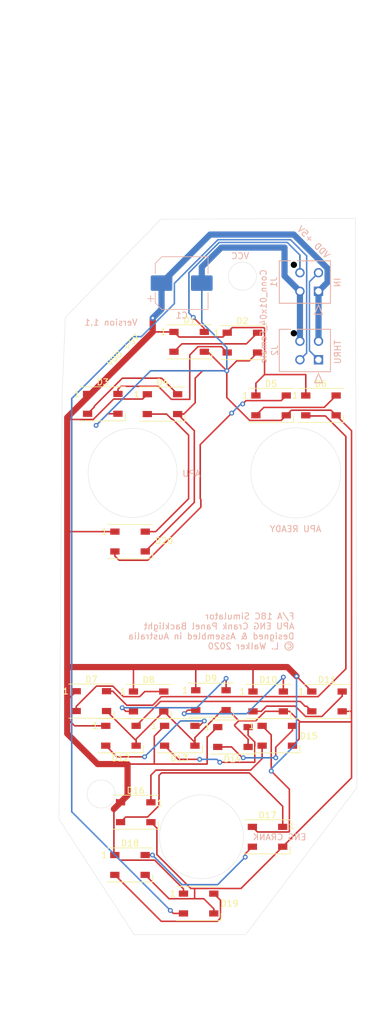
<source format=kicad_pcb>
(kicad_pcb (version 20171130) (host pcbnew "(5.1.6)-1")

  (general
    (thickness 1.6)
    (drawings 64)
    (tracks 361)
    (zones 0)
    (modules 23)
    (nets 25)
  )

  (page A4)
  (layers
    (0 F.Cu signal)
    (31 B.Cu signal)
    (32 B.Adhes user)
    (33 F.Adhes user)
    (34 B.Paste user)
    (35 F.Paste user)
    (36 B.SilkS user)
    (37 F.SilkS user)
    (38 B.Mask user)
    (39 F.Mask user)
    (40 Dwgs.User user)
    (41 Cmts.User user)
    (42 Eco1.User user)
    (43 Eco2.User user)
    (44 Edge.Cuts user)
    (45 Margin user)
    (46 B.CrtYd user)
    (47 F.CrtYd user)
    (48 B.Fab user)
    (49 F.Fab user)
  )

  (setup
    (last_trace_width 1)
    (user_trace_width 1)
    (trace_clearance 0.2)
    (zone_clearance 0.508)
    (zone_45_only no)
    (trace_min 0.2)
    (via_size 0.8)
    (via_drill 0.4)
    (via_min_size 0.4)
    (via_min_drill 0.3)
    (uvia_size 0.3)
    (uvia_drill 0.1)
    (uvias_allowed no)
    (uvia_min_size 0.2)
    (uvia_min_drill 0.1)
    (edge_width 0.05)
    (segment_width 0.2)
    (pcb_text_width 0.3)
    (pcb_text_size 1.5 1.5)
    (mod_edge_width 0.12)
    (mod_text_size 1 1)
    (mod_text_width 0.15)
    (pad_size 1.524 1.524)
    (pad_drill 0.762)
    (pad_to_mask_clearance 0)
    (aux_axis_origin 0 0)
    (visible_elements 7FFFFFFF)
    (pcbplotparams
      (layerselection 0x010fc_ffffffff)
      (usegerberextensions false)
      (usegerberattributes true)
      (usegerberadvancedattributes true)
      (creategerberjobfile true)
      (excludeedgelayer true)
      (linewidth 0.100000)
      (plotframeref false)
      (viasonmask false)
      (mode 1)
      (useauxorigin false)
      (hpglpennumber 1)
      (hpglpenspeed 20)
      (hpglpendiameter 15.000000)
      (psnegative false)
      (psa4output false)
      (plotreference true)
      (plotvalue true)
      (plotinvisibletext false)
      (padsonsilk false)
      (subtractmaskfromsilk false)
      (outputformat 1)
      (mirror false)
      (drillshape 0)
      (scaleselection 1)
      (outputdirectory "Gerber/"))
  )

  (net 0 "")
  (net 1 "Net-(D1-Pad2)")
  (net 2 "Net-(D1-Pad4)")
  (net 3 "Net-(D2-Pad2)")
  (net 4 "Net-(D3-Pad2)")
  (net 5 "Net-(D5-Pad2)")
  (net 6 "Net-(D6-Pad2)")
  (net 7 "Net-(D7-Pad2)")
  (net 8 "Net-(D8-Pad2)")
  (net 9 "Net-(D10-Pad4)")
  (net 10 "Net-(D10-Pad2)")
  (net 11 "Net-(D11-Pad2)")
  (net 12 "Net-(D12-Pad2)")
  (net 13 "Net-(D13-Pad2)")
  (net 14 "Net-(D14-Pad2)")
  (net 15 "Net-(D15-Pad2)")
  (net 16 "Net-(D16-Pad2)")
  (net 17 "Net-(D17-Pad2)")
  (net 18 "Net-(D18-Pad2)")
  (net 19 "Net-(D19-Pad2)")
  (net 20 "Net-(D20-Pad4)")
  (net 21 "Net-(D20-Pad2)")
  (net 22 "Net-(J1-Pad2)")
  (net 23 "Net-(C1-Pad2)")
  (net 24 "Net-(C1-Pad1)")

  (net_class Default "This is the default net class."
    (clearance 0.2)
    (trace_width 0.25)
    (via_dia 0.8)
    (via_drill 0.4)
    (uvia_dia 0.3)
    (uvia_drill 0.1)
    (add_net "Net-(C1-Pad1)")
    (add_net "Net-(C1-Pad2)")
    (add_net "Net-(D1-Pad2)")
    (add_net "Net-(D1-Pad4)")
    (add_net "Net-(D10-Pad2)")
    (add_net "Net-(D10-Pad4)")
    (add_net "Net-(D11-Pad2)")
    (add_net "Net-(D12-Pad2)")
    (add_net "Net-(D13-Pad2)")
    (add_net "Net-(D14-Pad2)")
    (add_net "Net-(D15-Pad2)")
    (add_net "Net-(D16-Pad2)")
    (add_net "Net-(D17-Pad2)")
    (add_net "Net-(D18-Pad2)")
    (add_net "Net-(D19-Pad2)")
    (add_net "Net-(D2-Pad2)")
    (add_net "Net-(D20-Pad2)")
    (add_net "Net-(D20-Pad4)")
    (add_net "Net-(D3-Pad2)")
    (add_net "Net-(D5-Pad2)")
    (add_net "Net-(D6-Pad2)")
    (add_net "Net-(D7-Pad2)")
    (add_net "Net-(D8-Pad2)")
    (add_net "Net-(J1-Pad2)")
  )

  (module footprints:2068320402 (layer B.Cu) (tedit 0) (tstamp 5F72114D)
    (at 110.0328 66.5988 270)
    (path /5FE8658D)
    (fp_text reference J1 (at -1.4732 7.2136 270) (layer B.SilkS)
      (effects (font (size 1 1) (thickness 0.15)) (justify mirror))
    )
    (fp_text value Conn_01x04_Female (at 4.064 8.89 270) (layer B.SilkS)
      (effects (font (size 1 1) (thickness 0.15)) (justify mirror))
    )
    (fp_line (start 3.199994 7.6) (end -6.190006 7.6) (layer B.CrtYd) (width 0.1524))
    (fp_line (start 3.199994 -3.2) (end 3.199994 7.6) (layer B.CrtYd) (width 0.1524))
    (fp_line (start -6.190006 -3.2) (end 3.199994 -3.2) (layer B.CrtYd) (width 0.1524))
    (fp_line (start -6.190006 7.6) (end -6.190006 -3.2) (layer B.CrtYd) (width 0.1524))
    (fp_line (start -4.920006 3.451456) (end -4.920006 -1.93) (layer B.SilkS) (width 0.1524))
    (fp_line (start -4.920006 6.33) (end -4.920006 -1.93) (layer B.Fab) (width 0.1524))
    (fp_line (start 1.929994 6.33) (end -4.920006 6.33) (layer B.Fab) (width 0.1524))
    (fp_line (start 1.929994 -1.93) (end 1.929994 6.33) (layer B.Fab) (width 0.1524))
    (fp_line (start -4.920006 -1.93) (end 1.929994 -1.93) (layer B.Fab) (width 0.1524))
    (fp_line (start -4.920006 6.33) (end -4.920006 4.508543) (layer B.SilkS) (width 0.1524))
    (fp_line (start 1.929994 6.33) (end -4.920006 6.33) (layer B.SilkS) (width 0.1524))
    (fp_line (start 1.929994 -1.93) (end 1.929994 6.33) (layer B.SilkS) (width 0.1524))
    (fp_line (start -4.920006 -1.93) (end 1.929994 -1.93) (layer B.SilkS) (width 0.1524))
    (fp_line (start 3.707993 -0.635) (end 2.183994 0) (layer B.Fab) (width 0.1524))
    (fp_line (start 3.707993 0.635) (end 3.707993 -0.635) (layer B.Fab) (width 0.1524))
    (fp_line (start 2.183994 0) (end 3.707993 0.635) (layer B.Fab) (width 0.1524))
    (fp_line (start 3.707993 -0.635) (end 2.183994 0) (layer B.SilkS) (width 0.1524))
    (fp_line (start 3.707993 0.635) (end 3.707993 -0.635) (layer B.SilkS) (width 0.1524))
    (fp_line (start 2.183994 0) (end 3.707993 0.635) (layer B.SilkS) (width 0.1524))
    (fp_text user * (at 0 0 270) (layer B.Fab)
      (effects (font (size 1 1) (thickness 0.15)) (justify mirror))
    )
    (fp_text user * (at 0 0 270) (layer B.SilkS)
      (effects (font (size 1 1) (thickness 0.15)) (justify mirror))
    )
    (fp_text user "Copyright 2016 Accelerated Designs. All rights reserved." (at 0 0 270) (layer Cmts.User)
      (effects (font (size 0.127 0.127) (thickness 0.002)))
    )
    (pad 5 np_thru_hole circle (at -4.279999 3.98 270) (size 1.02 1.02) (drill 1.016) (layers))
    (pad 4 thru_hole circle (at -2.999999 2.999999 270) (size 1.52 1.52) (drill 1.016) (layers *.Cu *.Mask)
      (net 2 "Net-(D1-Pad4)"))
    (pad 3 thru_hole circle (at 0 2.999999 180) (size 1.52 1.52) (drill 1.016) (layers *.Cu *.Mask)
      (net 23 "Net-(C1-Pad2)"))
    (pad 2 thru_hole circle (at -2.999999 0 270) (size 1.52 1.52) (drill 1.016) (layers *.Cu *.Mask)
      (net 22 "Net-(J1-Pad2)"))
    (pad 1 thru_hole rect (at 0 0 180) (size 1.52 1.52) (drill 1.016) (layers *.Cu *.Mask)
      (net 24 "Net-(C1-Pad1)"))
    (model C:/Users/lukew/Downloads/MOLEX_2068320402/2068320402.stp
      (offset (xyz -1.5 2.25 3.5))
      (scale (xyz 1 1 1))
      (rotate (xyz 0 0 0))
    )
  )

  (module footprints:2068320402 (layer B.Cu) (tedit 0) (tstamp 5F72117A)
    (at 110.0328 77.6488 270)
    (path /5FE88EB2)
    (fp_text reference J2 (at -1.4996 7.0612 270) (layer B.SilkS)
      (effects (font (size 1 1) (thickness 0.15)) (justify mirror))
    )
    (fp_text value Conn_01x04_Female (at 11.8608 1.4224 270) (layer B.SilkS) hide
      (effects (font (size 1 1) (thickness 0.15)) (justify mirror))
    )
    (fp_line (start 3.199994 7.6) (end -6.190006 7.6) (layer B.CrtYd) (width 0.1524))
    (fp_line (start 3.199994 -3.2) (end 3.199994 7.6) (layer B.CrtYd) (width 0.1524))
    (fp_line (start -6.190006 -3.2) (end 3.199994 -3.2) (layer B.CrtYd) (width 0.1524))
    (fp_line (start -6.190006 7.6) (end -6.190006 -3.2) (layer B.CrtYd) (width 0.1524))
    (fp_line (start -4.920006 3.451456) (end -4.920006 -1.93) (layer B.SilkS) (width 0.1524))
    (fp_line (start -4.920006 6.33) (end -4.920006 -1.93) (layer B.Fab) (width 0.1524))
    (fp_line (start 1.929994 6.33) (end -4.920006 6.33) (layer B.Fab) (width 0.1524))
    (fp_line (start 1.929994 -1.93) (end 1.929994 6.33) (layer B.Fab) (width 0.1524))
    (fp_line (start -4.920006 -1.93) (end 1.929994 -1.93) (layer B.Fab) (width 0.1524))
    (fp_line (start -4.920006 6.33) (end -4.920006 4.508543) (layer B.SilkS) (width 0.1524))
    (fp_line (start 1.929994 6.33) (end -4.920006 6.33) (layer B.SilkS) (width 0.1524))
    (fp_line (start 1.929994 -1.93) (end 1.929994 6.33) (layer B.SilkS) (width 0.1524))
    (fp_line (start -4.920006 -1.93) (end 1.929994 -1.93) (layer B.SilkS) (width 0.1524))
    (fp_line (start 3.707993 -0.635) (end 2.183994 0) (layer B.Fab) (width 0.1524))
    (fp_line (start 3.707993 0.635) (end 3.707993 -0.635) (layer B.Fab) (width 0.1524))
    (fp_line (start 2.183994 0) (end 3.707993 0.635) (layer B.Fab) (width 0.1524))
    (fp_line (start 3.707993 -0.635) (end 2.183994 0) (layer B.SilkS) (width 0.1524))
    (fp_line (start 3.707993 0.635) (end 3.707993 -0.635) (layer B.SilkS) (width 0.1524))
    (fp_line (start 2.183994 0) (end 3.707993 0.635) (layer B.SilkS) (width 0.1524))
    (fp_text user * (at 0 0 270) (layer B.Fab)
      (effects (font (size 1 1) (thickness 0.15)) (justify mirror))
    )
    (fp_text user * (at 0 0 270) (layer B.SilkS)
      (effects (font (size 1 1) (thickness 0.15)) (justify mirror))
    )
    (fp_text user "Copyright 2016 Accelerated Designs. All rights reserved." (at 0 0 270) (layer Cmts.User)
      (effects (font (size 0.127 0.127) (thickness 0.002)))
    )
    (pad 5 np_thru_hole circle (at -4.279999 3.98 270) (size 1.02 1.02) (drill 1.016) (layers))
    (pad 4 thru_hole circle (at -2.999999 2.999999 270) (size 1.52 1.52) (drill 1.016) (layers *.Cu *.Mask)
      (net 23 "Net-(C1-Pad2)"))
    (pad 3 thru_hole circle (at 0 2.999999 180) (size 1.52 1.52) (drill 1.016) (layers *.Cu *.Mask)
      (net 19 "Net-(D19-Pad2)"))
    (pad 2 thru_hole circle (at -2.999999 0 270) (size 1.52 1.52) (drill 1.016) (layers *.Cu *.Mask)
      (net 24 "Net-(C1-Pad1)"))
    (pad 1 thru_hole rect (at 0 0 180) (size 1.52 1.52) (drill 1.016) (layers *.Cu *.Mask)
      (net 22 "Net-(J1-Pad2)"))
    (model C:/Users/lukew/Downloads/MOLEX_2068320402/2068320402.stp
      (offset (xyz -1.5 2.25 3.5))
      (scale (xyz 1 1 1))
      (rotate (xyz 0 0 0))
    )
  )

  (module Capacitor_SMD:CP_Elec_8x10 (layer B.Cu) (tedit 5BCA39D0) (tstamp 5F721EDA)
    (at 87.9348 65.278)
    (descr "SMD capacitor, aluminum electrolytic, Nichicon, 8.0x10mm")
    (tags "capacitor electrolytic")
    (path /5FED8ADD)
    (attr smd)
    (fp_text reference C1 (at 0 5.2) (layer B.SilkS)
      (effects (font (size 1 1) (thickness 0.15)) (justify mirror))
    )
    (fp_text value C_Polarized (at 0 -5.2) (layer B.Fab)
      (effects (font (size 1 1) (thickness 0.15)) (justify mirror))
    )
    (fp_circle (center 0 0) (end 4 0) (layer B.Fab) (width 0.1))
    (fp_line (start 4.15 4.15) (end 4.15 -4.15) (layer B.Fab) (width 0.1))
    (fp_line (start -3.15 4.15) (end 4.15 4.15) (layer B.Fab) (width 0.1))
    (fp_line (start -3.15 -4.15) (end 4.15 -4.15) (layer B.Fab) (width 0.1))
    (fp_line (start -4.15 3.15) (end -4.15 -3.15) (layer B.Fab) (width 0.1))
    (fp_line (start -4.15 3.15) (end -3.15 4.15) (layer B.Fab) (width 0.1))
    (fp_line (start -4.15 -3.15) (end -3.15 -4.15) (layer B.Fab) (width 0.1))
    (fp_line (start -3.562278 1.5) (end -2.762278 1.5) (layer B.Fab) (width 0.1))
    (fp_line (start -3.162278 1.9) (end -3.162278 1.1) (layer B.Fab) (width 0.1))
    (fp_line (start 4.26 -4.26) (end 4.26 -1.51) (layer B.SilkS) (width 0.12))
    (fp_line (start 4.26 4.26) (end 4.26 1.51) (layer B.SilkS) (width 0.12))
    (fp_line (start -3.195563 4.26) (end 4.26 4.26) (layer B.SilkS) (width 0.12))
    (fp_line (start -3.195563 -4.26) (end 4.26 -4.26) (layer B.SilkS) (width 0.12))
    (fp_line (start -4.26 -3.195563) (end -4.26 -1.51) (layer B.SilkS) (width 0.12))
    (fp_line (start -4.26 3.195563) (end -4.26 1.51) (layer B.SilkS) (width 0.12))
    (fp_line (start -4.26 3.195563) (end -3.195563 4.26) (layer B.SilkS) (width 0.12))
    (fp_line (start -4.26 -3.195563) (end -3.195563 -4.26) (layer B.SilkS) (width 0.12))
    (fp_line (start -5.5 2.51) (end -4.5 2.51) (layer B.SilkS) (width 0.12))
    (fp_line (start -5 3.01) (end -5 2.01) (layer B.SilkS) (width 0.12))
    (fp_line (start 4.4 4.4) (end 4.4 1.5) (layer B.CrtYd) (width 0.05))
    (fp_line (start 4.4 1.5) (end 5.25 1.5) (layer B.CrtYd) (width 0.05))
    (fp_line (start 5.25 1.5) (end 5.25 -1.5) (layer B.CrtYd) (width 0.05))
    (fp_line (start 5.25 -1.5) (end 4.4 -1.5) (layer B.CrtYd) (width 0.05))
    (fp_line (start 4.4 -1.5) (end 4.4 -4.4) (layer B.CrtYd) (width 0.05))
    (fp_line (start -3.25 -4.4) (end 4.4 -4.4) (layer B.CrtYd) (width 0.05))
    (fp_line (start -3.25 4.4) (end 4.4 4.4) (layer B.CrtYd) (width 0.05))
    (fp_line (start -4.4 -3.25) (end -3.25 -4.4) (layer B.CrtYd) (width 0.05))
    (fp_line (start -4.4 3.25) (end -3.25 4.4) (layer B.CrtYd) (width 0.05))
    (fp_line (start -4.4 3.25) (end -4.4 1.5) (layer B.CrtYd) (width 0.05))
    (fp_line (start -4.4 -1.5) (end -4.4 -3.25) (layer B.CrtYd) (width 0.05))
    (fp_line (start -4.4 1.5) (end -5.25 1.5) (layer B.CrtYd) (width 0.05))
    (fp_line (start -5.25 1.5) (end -5.25 -1.5) (layer B.CrtYd) (width 0.05))
    (fp_line (start -5.25 -1.5) (end -4.4 -1.5) (layer B.CrtYd) (width 0.05))
    (fp_text user %R (at 0 0) (layer B.Fab)
      (effects (font (size 1 1) (thickness 0.15)) (justify mirror))
    )
    (pad 2 smd roundrect (at 3.25 0) (size 3.5 2.5) (layers B.Cu B.Paste B.Mask) (roundrect_rratio 0.1)
      (net 23 "Net-(C1-Pad2)"))
    (pad 1 smd roundrect (at -3.25 0) (size 3.5 2.5) (layers B.Cu B.Paste B.Mask) (roundrect_rratio 0.1)
      (net 24 "Net-(C1-Pad1)"))
    (model ${KISYS3DMOD}/Capacitor_SMD.3dshapes/CP_Elec_8x10.wrl
      (at (xyz 0 0 0))
      (scale (xyz 1 1 1))
      (rotate (xyz 0 0 0))
    )
  )

  (module LED_SMD:LED_WS2812B_PLCC4_5.0x5.0mm_P3.2mm (layer F.Cu) (tedit 5AA4B285) (tstamp 5F6FCD43)
    (at 79.6036 106.9848)
    (descr https://cdn-shop.adafruit.com/datasheets/WS2812B.pdf)
    (tags "LED RGB NeoPixel")
    (path /5F88526B)
    (attr smd)
    (fp_text reference D20 (at 5.4864 -0.1016) (layer F.SilkS)
      (effects (font (size 1 1) (thickness 0.15)))
    )
    (fp_text value WS2812B (at 0 4) (layer F.Fab)
      (effects (font (size 1 1) (thickness 0.15)))
    )
    (fp_line (start 3.45 -2.75) (end -3.45 -2.75) (layer F.CrtYd) (width 0.05))
    (fp_line (start 3.45 2.75) (end 3.45 -2.75) (layer F.CrtYd) (width 0.05))
    (fp_line (start -3.45 2.75) (end 3.45 2.75) (layer F.CrtYd) (width 0.05))
    (fp_line (start -3.45 -2.75) (end -3.45 2.75) (layer F.CrtYd) (width 0.05))
    (fp_line (start 2.5 1.5) (end 1.5 2.5) (layer F.Fab) (width 0.1))
    (fp_line (start -2.5 -2.5) (end -2.5 2.5) (layer F.Fab) (width 0.1))
    (fp_line (start -2.5 2.5) (end 2.5 2.5) (layer F.Fab) (width 0.1))
    (fp_line (start 2.5 2.5) (end 2.5 -2.5) (layer F.Fab) (width 0.1))
    (fp_line (start 2.5 -2.5) (end -2.5 -2.5) (layer F.Fab) (width 0.1))
    (fp_line (start -3.65 -2.75) (end 3.65 -2.75) (layer F.SilkS) (width 0.12))
    (fp_line (start -3.65 2.75) (end 3.65 2.75) (layer F.SilkS) (width 0.12))
    (fp_line (start 3.65 2.75) (end 3.65 1.6) (layer F.SilkS) (width 0.12))
    (fp_circle (center 0 0) (end 0 -2) (layer F.Fab) (width 0.1))
    (fp_text user %R (at 0 0) (layer F.Fab)
      (effects (font (size 0.8 0.8) (thickness 0.15)))
    )
    (fp_text user 1 (at -4.15 -1.6) (layer F.SilkS)
      (effects (font (size 1 1) (thickness 0.15)))
    )
    (pad 1 smd rect (at -2.45 -1.6) (size 1.5 1) (layers F.Cu F.Paste F.Mask)
      (net 24 "Net-(C1-Pad1)"))
    (pad 2 smd rect (at -2.45 1.6) (size 1.5 1) (layers F.Cu F.Paste F.Mask)
      (net 21 "Net-(D20-Pad2)"))
    (pad 4 smd rect (at 2.45 -1.6) (size 1.5 1) (layers F.Cu F.Paste F.Mask)
      (net 20 "Net-(D20-Pad4)"))
    (pad 3 smd rect (at 2.45 1.6) (size 1.5 1) (layers F.Cu F.Paste F.Mask)
      (net 23 "Net-(C1-Pad2)"))
    (model ${KISYS3DMOD}/LED_SMD.3dshapes/LED_WS2812B_PLCC4_5.0x5.0mm_P3.2mm.wrl
      (at (xyz 0 0 0))
      (scale (xyz 1 1 1))
      (rotate (xyz 0 0 0))
    )
  )

  (module LED_SMD:LED_WS2812B_PLCC4_5.0x5.0mm_P3.2mm (layer F.Cu) (tedit 5AA4B285) (tstamp 5F6FA020)
    (at 110.4276 85.0136)
    (descr https://cdn-shop.adafruit.com/datasheets/WS2812B.pdf)
    (tags "LED RGB NeoPixel")
    (path /5F6FC7BA)
    (attr smd)
    (fp_text reference D6 (at 0 -3.5) (layer F.SilkS)
      (effects (font (size 1 1) (thickness 0.15)))
    )
    (fp_text value WS2812B (at 0 4) (layer F.Fab)
      (effects (font (size 1 1) (thickness 0.15)))
    )
    (fp_circle (center 0 0) (end 0 -2) (layer F.Fab) (width 0.1))
    (fp_line (start 3.65 2.75) (end 3.65 1.6) (layer F.SilkS) (width 0.12))
    (fp_line (start -3.65 2.75) (end 3.65 2.75) (layer F.SilkS) (width 0.12))
    (fp_line (start -3.65 -2.75) (end 3.65 -2.75) (layer F.SilkS) (width 0.12))
    (fp_line (start 2.5 -2.5) (end -2.5 -2.5) (layer F.Fab) (width 0.1))
    (fp_line (start 2.5 2.5) (end 2.5 -2.5) (layer F.Fab) (width 0.1))
    (fp_line (start -2.5 2.5) (end 2.5 2.5) (layer F.Fab) (width 0.1))
    (fp_line (start -2.5 -2.5) (end -2.5 2.5) (layer F.Fab) (width 0.1))
    (fp_line (start 2.5 1.5) (end 1.5 2.5) (layer F.Fab) (width 0.1))
    (fp_line (start -3.45 -2.75) (end -3.45 2.75) (layer F.CrtYd) (width 0.05))
    (fp_line (start -3.45 2.75) (end 3.45 2.75) (layer F.CrtYd) (width 0.05))
    (fp_line (start 3.45 2.75) (end 3.45 -2.75) (layer F.CrtYd) (width 0.05))
    (fp_line (start 3.45 -2.75) (end -3.45 -2.75) (layer F.CrtYd) (width 0.05))
    (fp_text user %R (at 0 0) (layer F.Fab)
      (effects (font (size 0.8 0.8) (thickness 0.15)))
    )
    (fp_text user 1 (at -4.15 -1.6) (layer F.SilkS)
      (effects (font (size 1 1) (thickness 0.15)))
    )
    (pad 1 smd rect (at -2.45 -1.6) (size 1.5 1) (layers F.Cu F.Paste F.Mask)
      (net 24 "Net-(C1-Pad1)"))
    (pad 2 smd rect (at -2.45 1.6) (size 1.5 1) (layers F.Cu F.Paste F.Mask)
      (net 6 "Net-(D6-Pad2)"))
    (pad 4 smd rect (at 2.45 -1.6) (size 1.5 1) (layers F.Cu F.Paste F.Mask)
      (net 5 "Net-(D5-Pad2)"))
    (pad 3 smd rect (at 2.45 1.6) (size 1.5 1) (layers F.Cu F.Paste F.Mask)
      (net 23 "Net-(C1-Pad2)"))
    (model ${KISYS3DMOD}/LED_SMD.3dshapes/LED_WS2812B_PLCC4_5.0x5.0mm_P3.2mm.wrl
      (at (xyz 0 0 0))
      (scale (xyz 1 1 1))
      (rotate (xyz 0 0 0))
    )
  )

  (module LED_SMD:LED_WS2812B_PLCC4_5.0x5.0mm_P3.2mm (layer F.Cu) (tedit 5AA4B285) (tstamp 5F6FA009)
    (at 102.3736 85.0136)
    (descr https://cdn-shop.adafruit.com/datasheets/WS2812B.pdf)
    (tags "LED RGB NeoPixel")
    (path /5F6F6105)
    (attr smd)
    (fp_text reference D5 (at 0 -3.5) (layer F.SilkS)
      (effects (font (size 1 1) (thickness 0.15)))
    )
    (fp_text value WS2812B (at 0 4) (layer F.Fab)
      (effects (font (size 1 1) (thickness 0.15)))
    )
    (fp_circle (center 0 0) (end 0 -2) (layer F.Fab) (width 0.1))
    (fp_line (start 3.65 2.75) (end 3.65 1.6) (layer F.SilkS) (width 0.12))
    (fp_line (start -3.65 2.75) (end 3.65 2.75) (layer F.SilkS) (width 0.12))
    (fp_line (start -3.65 -2.75) (end 3.65 -2.75) (layer F.SilkS) (width 0.12))
    (fp_line (start 2.5 -2.5) (end -2.5 -2.5) (layer F.Fab) (width 0.1))
    (fp_line (start 2.5 2.5) (end 2.5 -2.5) (layer F.Fab) (width 0.1))
    (fp_line (start -2.5 2.5) (end 2.5 2.5) (layer F.Fab) (width 0.1))
    (fp_line (start -2.5 -2.5) (end -2.5 2.5) (layer F.Fab) (width 0.1))
    (fp_line (start 2.5 1.5) (end 1.5 2.5) (layer F.Fab) (width 0.1))
    (fp_line (start -3.45 -2.75) (end -3.45 2.75) (layer F.CrtYd) (width 0.05))
    (fp_line (start -3.45 2.75) (end 3.45 2.75) (layer F.CrtYd) (width 0.05))
    (fp_line (start 3.45 2.75) (end 3.45 -2.75) (layer F.CrtYd) (width 0.05))
    (fp_line (start 3.45 -2.75) (end -3.45 -2.75) (layer F.CrtYd) (width 0.05))
    (fp_text user %R (at 0 0) (layer F.Fab)
      (effects (font (size 0.8 0.8) (thickness 0.15)))
    )
    (fp_text user 1 (at -4.15 -1.6) (layer F.SilkS)
      (effects (font (size 1 1) (thickness 0.15)))
    )
    (pad 1 smd rect (at -2.45 -1.6) (size 1.5 1) (layers F.Cu F.Paste F.Mask)
      (net 24 "Net-(C1-Pad1)"))
    (pad 2 smd rect (at -2.45 1.6) (size 1.5 1) (layers F.Cu F.Paste F.Mask)
      (net 5 "Net-(D5-Pad2)"))
    (pad 4 smd rect (at 2.45 -1.6) (size 1.5 1) (layers F.Cu F.Paste F.Mask)
      (net 21 "Net-(D20-Pad2)"))
    (pad 3 smd rect (at 2.45 1.6) (size 1.5 1) (layers F.Cu F.Paste F.Mask)
      (net 23 "Net-(C1-Pad2)"))
    (model ${KISYS3DMOD}/LED_SMD.3dshapes/LED_WS2812B_PLCC4_5.0x5.0mm_P3.2mm.wrl
      (at (xyz 0 0 0))
      (scale (xyz 1 1 1))
      (rotate (xyz 0 0 0))
    )
  )

  (module LED_SMD:LED_WS2812B_PLCC4_5.0x5.0mm_P3.2mm (layer F.Cu) (tedit 5AA4B285) (tstamp 5F6FA093)
    (at 111.4044 132.7912)
    (descr https://cdn-shop.adafruit.com/datasheets/WS2812B.pdf)
    (tags "LED RGB NeoPixel")
    (path /5F6FEF34)
    (attr smd)
    (fp_text reference D11 (at 0 -3.5) (layer F.SilkS)
      (effects (font (size 1 1) (thickness 0.15)))
    )
    (fp_text value WS2812B (at 0 4) (layer F.Fab)
      (effects (font (size 1 1) (thickness 0.15)))
    )
    (fp_circle (center 0 0) (end 0 -2) (layer F.Fab) (width 0.1))
    (fp_line (start 3.65 2.75) (end 3.65 1.6) (layer F.SilkS) (width 0.12))
    (fp_line (start -3.65 2.75) (end 3.65 2.75) (layer F.SilkS) (width 0.12))
    (fp_line (start -3.65 -2.75) (end 3.65 -2.75) (layer F.SilkS) (width 0.12))
    (fp_line (start 2.5 -2.5) (end -2.5 -2.5) (layer F.Fab) (width 0.1))
    (fp_line (start 2.5 2.5) (end 2.5 -2.5) (layer F.Fab) (width 0.1))
    (fp_line (start -2.5 2.5) (end 2.5 2.5) (layer F.Fab) (width 0.1))
    (fp_line (start -2.5 -2.5) (end -2.5 2.5) (layer F.Fab) (width 0.1))
    (fp_line (start 2.5 1.5) (end 1.5 2.5) (layer F.Fab) (width 0.1))
    (fp_line (start -3.45 -2.75) (end -3.45 2.75) (layer F.CrtYd) (width 0.05))
    (fp_line (start -3.45 2.75) (end 3.45 2.75) (layer F.CrtYd) (width 0.05))
    (fp_line (start 3.45 2.75) (end 3.45 -2.75) (layer F.CrtYd) (width 0.05))
    (fp_line (start 3.45 -2.75) (end -3.45 -2.75) (layer F.CrtYd) (width 0.05))
    (fp_text user %R (at 0 0) (layer F.Fab)
      (effects (font (size 0.8 0.8) (thickness 0.15)))
    )
    (fp_text user 1 (at -4.15 -1.6) (layer F.SilkS)
      (effects (font (size 1 1) (thickness 0.15)))
    )
    (pad 1 smd rect (at -2.45 -1.6) (size 1.5 1) (layers F.Cu F.Paste F.Mask)
      (net 24 "Net-(C1-Pad1)"))
    (pad 2 smd rect (at -2.45 1.6) (size 1.5 1) (layers F.Cu F.Paste F.Mask)
      (net 11 "Net-(D11-Pad2)"))
    (pad 4 smd rect (at 2.45 -1.6) (size 1.5 1) (layers F.Cu F.Paste F.Mask)
      (net 10 "Net-(D10-Pad2)"))
    (pad 3 smd rect (at 2.45 1.6) (size 1.5 1) (layers F.Cu F.Paste F.Mask)
      (net 23 "Net-(C1-Pad2)"))
    (model ${KISYS3DMOD}/LED_SMD.3dshapes/LED_WS2812B_PLCC4_5.0x5.0mm_P3.2mm.wrl
      (at (xyz 0 0 0))
      (scale (xyz 1 1 1))
      (rotate (xyz 0 0 0))
    )
  )

  (module LED_SMD:LED_WS2812B_PLCC4_5.0x5.0mm_P3.2mm (layer F.Cu) (tedit 5AA4B285) (tstamp 5F6FA14B)
    (at 90.678 165.4048)
    (descr https://cdn-shop.adafruit.com/datasheets/WS2812B.pdf)
    (tags "LED RGB NeoPixel")
    (path /5F7017DB)
    (attr smd)
    (fp_text reference D19 (at 4.9784 0) (layer F.SilkS)
      (effects (font (size 1 1) (thickness 0.15)))
    )
    (fp_text value WS2812B (at 0 4) (layer F.Fab)
      (effects (font (size 1 1) (thickness 0.15)))
    )
    (fp_circle (center 0 0) (end 0 -2) (layer F.Fab) (width 0.1))
    (fp_line (start 3.65 2.75) (end 3.65 1.6) (layer F.SilkS) (width 0.12))
    (fp_line (start -3.65 2.75) (end 3.65 2.75) (layer F.SilkS) (width 0.12))
    (fp_line (start -3.65 -2.75) (end 3.65 -2.75) (layer F.SilkS) (width 0.12))
    (fp_line (start 2.5 -2.5) (end -2.5 -2.5) (layer F.Fab) (width 0.1))
    (fp_line (start 2.5 2.5) (end 2.5 -2.5) (layer F.Fab) (width 0.1))
    (fp_line (start -2.5 2.5) (end 2.5 2.5) (layer F.Fab) (width 0.1))
    (fp_line (start -2.5 -2.5) (end -2.5 2.5) (layer F.Fab) (width 0.1))
    (fp_line (start 2.5 1.5) (end 1.5 2.5) (layer F.Fab) (width 0.1))
    (fp_line (start -3.45 -2.75) (end -3.45 2.75) (layer F.CrtYd) (width 0.05))
    (fp_line (start -3.45 2.75) (end 3.45 2.75) (layer F.CrtYd) (width 0.05))
    (fp_line (start 3.45 2.75) (end 3.45 -2.75) (layer F.CrtYd) (width 0.05))
    (fp_line (start 3.45 -2.75) (end -3.45 -2.75) (layer F.CrtYd) (width 0.05))
    (fp_text user %R (at 0 0) (layer F.Fab)
      (effects (font (size 0.8 0.8) (thickness 0.15)))
    )
    (fp_text user 1 (at -4.15 -1.6) (layer F.SilkS)
      (effects (font (size 1 1) (thickness 0.15)))
    )
    (pad 1 smd rect (at -2.45 -1.6) (size 1.5 1) (layers F.Cu F.Paste F.Mask)
      (net 24 "Net-(C1-Pad1)"))
    (pad 2 smd rect (at -2.45 1.6) (size 1.5 1) (layers F.Cu F.Paste F.Mask)
      (net 19 "Net-(D19-Pad2)"))
    (pad 4 smd rect (at 2.45 -1.6) (size 1.5 1) (layers F.Cu F.Paste F.Mask)
      (net 18 "Net-(D18-Pad2)"))
    (pad 3 smd rect (at 2.45 1.6) (size 1.5 1) (layers F.Cu F.Paste F.Mask)
      (net 23 "Net-(C1-Pad2)"))
    (model ${KISYS3DMOD}/LED_SMD.3dshapes/LED_WS2812B_PLCC4_5.0x5.0mm_P3.2mm.wrl
      (at (xyz 0 0 0))
      (scale (xyz 1 1 1))
      (rotate (xyz 0 0 0))
    )
  )

  (module LED_SMD:LED_WS2812B_PLCC4_5.0x5.0mm_P3.2mm (layer F.Cu) (tedit 5AA4B285) (tstamp 5F6FA134)
    (at 79.592 159.1816)
    (descr https://cdn-shop.adafruit.com/datasheets/WS2812B.pdf)
    (tags "LED RGB NeoPixel")
    (path /5F700FB0)
    (attr smd)
    (fp_text reference D18 (at 0 -3.5) (layer F.SilkS)
      (effects (font (size 1 1) (thickness 0.15)))
    )
    (fp_text value WS2812B (at 0 4) (layer F.Fab)
      (effects (font (size 1 1) (thickness 0.15)))
    )
    (fp_circle (center 0 0) (end 0 -2) (layer F.Fab) (width 0.1))
    (fp_line (start 3.65 2.75) (end 3.65 1.6) (layer F.SilkS) (width 0.12))
    (fp_line (start -3.65 2.75) (end 3.65 2.75) (layer F.SilkS) (width 0.12))
    (fp_line (start -3.65 -2.75) (end 3.65 -2.75) (layer F.SilkS) (width 0.12))
    (fp_line (start 2.5 -2.5) (end -2.5 -2.5) (layer F.Fab) (width 0.1))
    (fp_line (start 2.5 2.5) (end 2.5 -2.5) (layer F.Fab) (width 0.1))
    (fp_line (start -2.5 2.5) (end 2.5 2.5) (layer F.Fab) (width 0.1))
    (fp_line (start -2.5 -2.5) (end -2.5 2.5) (layer F.Fab) (width 0.1))
    (fp_line (start 2.5 1.5) (end 1.5 2.5) (layer F.Fab) (width 0.1))
    (fp_line (start -3.45 -2.75) (end -3.45 2.75) (layer F.CrtYd) (width 0.05))
    (fp_line (start -3.45 2.75) (end 3.45 2.75) (layer F.CrtYd) (width 0.05))
    (fp_line (start 3.45 2.75) (end 3.45 -2.75) (layer F.CrtYd) (width 0.05))
    (fp_line (start 3.45 -2.75) (end -3.45 -2.75) (layer F.CrtYd) (width 0.05))
    (fp_text user %R (at 0 0) (layer F.Fab)
      (effects (font (size 0.8 0.8) (thickness 0.15)))
    )
    (fp_text user 1 (at -4.15 -1.6) (layer F.SilkS)
      (effects (font (size 1 1) (thickness 0.15)))
    )
    (pad 1 smd rect (at -2.45 -1.6) (size 1.5 1) (layers F.Cu F.Paste F.Mask)
      (net 24 "Net-(C1-Pad1)"))
    (pad 2 smd rect (at -2.45 1.6) (size 1.5 1) (layers F.Cu F.Paste F.Mask)
      (net 18 "Net-(D18-Pad2)"))
    (pad 4 smd rect (at 2.45 -1.6) (size 1.5 1) (layers F.Cu F.Paste F.Mask)
      (net 17 "Net-(D17-Pad2)"))
    (pad 3 smd rect (at 2.45 1.6) (size 1.5 1) (layers F.Cu F.Paste F.Mask)
      (net 23 "Net-(C1-Pad2)"))
    (model ${KISYS3DMOD}/LED_SMD.3dshapes/LED_WS2812B_PLCC4_5.0x5.0mm_P3.2mm.wrl
      (at (xyz 0 0 0))
      (scale (xyz 1 1 1))
      (rotate (xyz 0 0 0))
    )
  )

  (module LED_SMD:LED_WS2812B_PLCC4_5.0x5.0mm_P3.2mm (layer F.Cu) (tedit 5AA4B285) (tstamp 5F6FA11D)
    (at 101.8032 154.6352)
    (descr https://cdn-shop.adafruit.com/datasheets/WS2812B.pdf)
    (tags "LED RGB NeoPixel")
    (path /5F70202E)
    (attr smd)
    (fp_text reference D17 (at 0 -3.5) (layer F.SilkS)
      (effects (font (size 1 1) (thickness 0.15)))
    )
    (fp_text value WS2812B (at 0 4) (layer F.Fab)
      (effects (font (size 1 1) (thickness 0.15)))
    )
    (fp_circle (center 0 0) (end 0 -2) (layer F.Fab) (width 0.1))
    (fp_line (start 3.65 2.75) (end 3.65 1.6) (layer F.SilkS) (width 0.12))
    (fp_line (start -3.65 2.75) (end 3.65 2.75) (layer F.SilkS) (width 0.12))
    (fp_line (start -3.65 -2.75) (end 3.65 -2.75) (layer F.SilkS) (width 0.12))
    (fp_line (start 2.5 -2.5) (end -2.5 -2.5) (layer F.Fab) (width 0.1))
    (fp_line (start 2.5 2.5) (end 2.5 -2.5) (layer F.Fab) (width 0.1))
    (fp_line (start -2.5 2.5) (end 2.5 2.5) (layer F.Fab) (width 0.1))
    (fp_line (start -2.5 -2.5) (end -2.5 2.5) (layer F.Fab) (width 0.1))
    (fp_line (start 2.5 1.5) (end 1.5 2.5) (layer F.Fab) (width 0.1))
    (fp_line (start -3.45 -2.75) (end -3.45 2.75) (layer F.CrtYd) (width 0.05))
    (fp_line (start -3.45 2.75) (end 3.45 2.75) (layer F.CrtYd) (width 0.05))
    (fp_line (start 3.45 2.75) (end 3.45 -2.75) (layer F.CrtYd) (width 0.05))
    (fp_line (start 3.45 -2.75) (end -3.45 -2.75) (layer F.CrtYd) (width 0.05))
    (fp_text user %R (at 0 0) (layer F.Fab)
      (effects (font (size 0.8 0.8) (thickness 0.15)))
    )
    (fp_text user 1 (at 3.9116 -1.778) (layer F.SilkS)
      (effects (font (size 1 1) (thickness 0.15)))
    )
    (pad 1 smd rect (at -2.45 -1.6) (size 1.5 1) (layers F.Cu F.Paste F.Mask)
      (net 24 "Net-(C1-Pad1)"))
    (pad 2 smd rect (at -2.45 1.6) (size 1.5 1) (layers F.Cu F.Paste F.Mask)
      (net 17 "Net-(D17-Pad2)"))
    (pad 4 smd rect (at 2.45 -1.6) (size 1.5 1) (layers F.Cu F.Paste F.Mask)
      (net 16 "Net-(D16-Pad2)"))
    (pad 3 smd rect (at 2.45 1.6) (size 1.5 1) (layers F.Cu F.Paste F.Mask)
      (net 23 "Net-(C1-Pad2)"))
    (model ${KISYS3DMOD}/LED_SMD.3dshapes/LED_WS2812B_PLCC4_5.0x5.0mm_P3.2mm.wrl
      (at (xyz 0 0 0))
      (scale (xyz 1 1 1))
      (rotate (xyz 0 0 0))
    )
  )

  (module LED_SMD:LED_WS2812B_PLCC4_5.0x5.0mm_P3.2mm (layer F.Cu) (tedit 5AA4B285) (tstamp 5F6FA106)
    (at 80.518 150.6728)
    (descr https://cdn-shop.adafruit.com/datasheets/WS2812B.pdf)
    (tags "LED RGB NeoPixel")
    (path /5F700936)
    (attr smd)
    (fp_text reference D16 (at 0 -3.5) (layer F.SilkS)
      (effects (font (size 1 1) (thickness 0.15)))
    )
    (fp_text value WS2812B (at 0 4) (layer F.Fab)
      (effects (font (size 1 1) (thickness 0.15)))
    )
    (fp_circle (center 0 0) (end 0 -2) (layer F.Fab) (width 0.1))
    (fp_line (start 3.65 2.75) (end 3.65 1.6) (layer F.SilkS) (width 0.12))
    (fp_line (start -3.65 2.75) (end 3.65 2.75) (layer F.SilkS) (width 0.12))
    (fp_line (start -3.65 -2.75) (end 3.65 -2.75) (layer F.SilkS) (width 0.12))
    (fp_line (start 2.5 -2.5) (end -2.5 -2.5) (layer F.Fab) (width 0.1))
    (fp_line (start 2.5 2.5) (end 2.5 -2.5) (layer F.Fab) (width 0.1))
    (fp_line (start -2.5 2.5) (end 2.5 2.5) (layer F.Fab) (width 0.1))
    (fp_line (start -2.5 -2.5) (end -2.5 2.5) (layer F.Fab) (width 0.1))
    (fp_line (start 2.5 1.5) (end 1.5 2.5) (layer F.Fab) (width 0.1))
    (fp_line (start -3.45 -2.75) (end -3.45 2.75) (layer F.CrtYd) (width 0.05))
    (fp_line (start -3.45 2.75) (end 3.45 2.75) (layer F.CrtYd) (width 0.05))
    (fp_line (start 3.45 2.75) (end 3.45 -2.75) (layer F.CrtYd) (width 0.05))
    (fp_line (start 3.45 -2.75) (end -3.45 -2.75) (layer F.CrtYd) (width 0.05))
    (fp_text user %R (at 0 0) (layer F.Fab)
      (effects (font (size 0.8 0.8) (thickness 0.15)))
    )
    (fp_text user 1 (at 3.9116 -1.4732) (layer F.SilkS)
      (effects (font (size 1 1) (thickness 0.15)))
    )
    (pad 1 smd rect (at -2.45 -1.6) (size 1.5 1) (layers F.Cu F.Paste F.Mask)
      (net 24 "Net-(C1-Pad1)"))
    (pad 2 smd rect (at -2.45 1.6) (size 1.5 1) (layers F.Cu F.Paste F.Mask)
      (net 16 "Net-(D16-Pad2)"))
    (pad 4 smd rect (at 2.45 -1.6) (size 1.5 1) (layers F.Cu F.Paste F.Mask)
      (net 15 "Net-(D15-Pad2)"))
    (pad 3 smd rect (at 2.45 1.6) (size 1.5 1) (layers F.Cu F.Paste F.Mask)
      (net 23 "Net-(C1-Pad2)"))
    (model ${KISYS3DMOD}/LED_SMD.3dshapes/LED_WS2812B_PLCC4_5.0x5.0mm_P3.2mm.wrl
      (at (xyz 0 0 0))
      (scale (xyz 1 1 1))
      (rotate (xyz 0 0 0))
    )
  )

  (module LED_SMD:LED_WS2812B_PLCC4_5.0x5.0mm_P3.2mm (layer F.Cu) (tedit 5AA4B285) (tstamp 5F6FA0EF)
    (at 103.378 138.3284)
    (descr https://cdn-shop.adafruit.com/datasheets/WS2812B.pdf)
    (tags "LED RGB NeoPixel")
    (path /5F7000CA)
    (attr smd)
    (fp_text reference D15 (at 5.08 0.0508) (layer F.SilkS)
      (effects (font (size 1 1) (thickness 0.15)))
    )
    (fp_text value WS2812B (at 0 4) (layer F.Fab)
      (effects (font (size 1 1) (thickness 0.15)))
    )
    (fp_circle (center 0 0) (end 0 -2) (layer F.Fab) (width 0.1))
    (fp_line (start 3.65 2.75) (end 3.65 1.6) (layer F.SilkS) (width 0.12))
    (fp_line (start -3.65 2.75) (end 3.65 2.75) (layer F.SilkS) (width 0.12))
    (fp_line (start -3.65 -2.75) (end 3.65 -2.75) (layer F.SilkS) (width 0.12))
    (fp_line (start 2.5 -2.5) (end -2.5 -2.5) (layer F.Fab) (width 0.1))
    (fp_line (start 2.5 2.5) (end 2.5 -2.5) (layer F.Fab) (width 0.1))
    (fp_line (start -2.5 2.5) (end 2.5 2.5) (layer F.Fab) (width 0.1))
    (fp_line (start -2.5 -2.5) (end -2.5 2.5) (layer F.Fab) (width 0.1))
    (fp_line (start 2.5 1.5) (end 1.5 2.5) (layer F.Fab) (width 0.1))
    (fp_line (start -3.45 -2.75) (end -3.45 2.75) (layer F.CrtYd) (width 0.05))
    (fp_line (start -3.45 2.75) (end 3.45 2.75) (layer F.CrtYd) (width 0.05))
    (fp_line (start 3.45 2.75) (end 3.45 -2.75) (layer F.CrtYd) (width 0.05))
    (fp_line (start 3.45 -2.75) (end -3.45 -2.75) (layer F.CrtYd) (width 0.05))
    (fp_text user %R (at 0 0) (layer F.Fab)
      (effects (font (size 0.8 0.8) (thickness 0.15)))
    )
    (fp_text user 1 (at -4.15 -1.6) (layer F.SilkS)
      (effects (font (size 1 1) (thickness 0.15)))
    )
    (pad 1 smd rect (at -2.45 -1.6) (size 1.5 1) (layers F.Cu F.Paste F.Mask)
      (net 24 "Net-(C1-Pad1)"))
    (pad 2 smd rect (at -2.45 1.6) (size 1.5 1) (layers F.Cu F.Paste F.Mask)
      (net 15 "Net-(D15-Pad2)"))
    (pad 4 smd rect (at 2.45 -1.6) (size 1.5 1) (layers F.Cu F.Paste F.Mask)
      (net 14 "Net-(D14-Pad2)"))
    (pad 3 smd rect (at 2.45 1.6) (size 1.5 1) (layers F.Cu F.Paste F.Mask)
      (net 23 "Net-(C1-Pad2)"))
    (model ${KISYS3DMOD}/LED_SMD.3dshapes/LED_WS2812B_PLCC4_5.0x5.0mm_P3.2mm.wrl
      (at (xyz 0 0 0))
      (scale (xyz 1 1 1))
      (rotate (xyz 0 0 0))
    )
  )

  (module LED_SMD:LED_WS2812B_PLCC4_5.0x5.0mm_P3.2mm (layer F.Cu) (tedit 5AA4B285) (tstamp 5F6FA0D8)
    (at 96.2152 138.5316)
    (descr https://cdn-shop.adafruit.com/datasheets/WS2812B.pdf)
    (tags "LED RGB NeoPixel")
    (path /5F6FFD31)
    (attr smd)
    (fp_text reference D14 (at -0.0508 3.556) (layer F.SilkS)
      (effects (font (size 1 1) (thickness 0.15)))
    )
    (fp_text value WS2812B (at 0 4) (layer F.Fab)
      (effects (font (size 1 1) (thickness 0.15)))
    )
    (fp_circle (center 0 0) (end 0 -2) (layer F.Fab) (width 0.1))
    (fp_line (start 3.65 2.75) (end 3.65 1.6) (layer F.SilkS) (width 0.12))
    (fp_line (start -3.65 2.75) (end 3.65 2.75) (layer F.SilkS) (width 0.12))
    (fp_line (start -3.65 -2.75) (end 3.65 -2.75) (layer F.SilkS) (width 0.12))
    (fp_line (start 2.5 -2.5) (end -2.5 -2.5) (layer F.Fab) (width 0.1))
    (fp_line (start 2.5 2.5) (end 2.5 -2.5) (layer F.Fab) (width 0.1))
    (fp_line (start -2.5 2.5) (end 2.5 2.5) (layer F.Fab) (width 0.1))
    (fp_line (start -2.5 -2.5) (end -2.5 2.5) (layer F.Fab) (width 0.1))
    (fp_line (start 2.5 1.5) (end 1.5 2.5) (layer F.Fab) (width 0.1))
    (fp_line (start -3.45 -2.75) (end -3.45 2.75) (layer F.CrtYd) (width 0.05))
    (fp_line (start -3.45 2.75) (end 3.45 2.75) (layer F.CrtYd) (width 0.05))
    (fp_line (start 3.45 2.75) (end 3.45 -2.75) (layer F.CrtYd) (width 0.05))
    (fp_line (start 3.45 -2.75) (end -3.45 -2.75) (layer F.CrtYd) (width 0.05))
    (fp_text user %R (at 0 0) (layer F.Fab)
      (effects (font (size 0.8 0.8) (thickness 0.15)))
    )
    (fp_text user 1 (at -4.15 -1.6) (layer F.SilkS)
      (effects (font (size 1 1) (thickness 0.15)))
    )
    (pad 1 smd rect (at -2.45 -1.6) (size 1.5 1) (layers F.Cu F.Paste F.Mask)
      (net 24 "Net-(C1-Pad1)"))
    (pad 2 smd rect (at -2.45 1.6) (size 1.5 1) (layers F.Cu F.Paste F.Mask)
      (net 14 "Net-(D14-Pad2)"))
    (pad 4 smd rect (at 2.45 -1.6) (size 1.5 1) (layers F.Cu F.Paste F.Mask)
      (net 13 "Net-(D13-Pad2)"))
    (pad 3 smd rect (at 2.45 1.6) (size 1.5 1) (layers F.Cu F.Paste F.Mask)
      (net 23 "Net-(C1-Pad2)"))
    (model ${KISYS3DMOD}/LED_SMD.3dshapes/LED_WS2812B_PLCC4_5.0x5.0mm_P3.2mm.wrl
      (at (xyz 0 0 0))
      (scale (xyz 1 1 1))
      (rotate (xyz 0 0 0))
    )
  )

  (module LED_SMD:LED_WS2812B_PLCC4_5.0x5.0mm_P3.2mm (layer F.Cu) (tedit 5AA4B285) (tstamp 5F6FA0C1)
    (at 87.63 138.3284)
    (descr https://cdn-shop.adafruit.com/datasheets/WS2812B.pdf)
    (tags "LED RGB NeoPixel")
    (path /5F6FF992)
    (attr smd)
    (fp_text reference D13 (at -0.0508 3.6068) (layer F.SilkS)
      (effects (font (size 1 1) (thickness 0.15)))
    )
    (fp_text value WS2812B (at 0 4) (layer F.Fab)
      (effects (font (size 1 1) (thickness 0.15)))
    )
    (fp_circle (center 0 0) (end 0 -2) (layer F.Fab) (width 0.1))
    (fp_line (start 3.65 2.75) (end 3.65 1.6) (layer F.SilkS) (width 0.12))
    (fp_line (start -3.65 2.75) (end 3.65 2.75) (layer F.SilkS) (width 0.12))
    (fp_line (start -3.65 -2.75) (end 3.65 -2.75) (layer F.SilkS) (width 0.12))
    (fp_line (start 2.5 -2.5) (end -2.5 -2.5) (layer F.Fab) (width 0.1))
    (fp_line (start 2.5 2.5) (end 2.5 -2.5) (layer F.Fab) (width 0.1))
    (fp_line (start -2.5 2.5) (end 2.5 2.5) (layer F.Fab) (width 0.1))
    (fp_line (start -2.5 -2.5) (end -2.5 2.5) (layer F.Fab) (width 0.1))
    (fp_line (start 2.5 1.5) (end 1.5 2.5) (layer F.Fab) (width 0.1))
    (fp_line (start -3.45 -2.75) (end -3.45 2.75) (layer F.CrtYd) (width 0.05))
    (fp_line (start -3.45 2.75) (end 3.45 2.75) (layer F.CrtYd) (width 0.05))
    (fp_line (start 3.45 2.75) (end 3.45 -2.75) (layer F.CrtYd) (width 0.05))
    (fp_line (start 3.45 -2.75) (end -3.45 -2.75) (layer F.CrtYd) (width 0.05))
    (fp_text user %R (at 0 0) (layer F.Fab)
      (effects (font (size 0.8 0.8) (thickness 0.15)))
    )
    (fp_text user 1 (at -4.15 -1.6) (layer F.SilkS)
      (effects (font (size 1 1) (thickness 0.15)))
    )
    (pad 1 smd rect (at -2.45 -1.6) (size 1.5 1) (layers F.Cu F.Paste F.Mask)
      (net 24 "Net-(C1-Pad1)"))
    (pad 2 smd rect (at -2.45 1.6) (size 1.5 1) (layers F.Cu F.Paste F.Mask)
      (net 13 "Net-(D13-Pad2)"))
    (pad 4 smd rect (at 2.45 -1.6) (size 1.5 1) (layers F.Cu F.Paste F.Mask)
      (net 12 "Net-(D12-Pad2)"))
    (pad 3 smd rect (at 2.45 1.6) (size 1.5 1) (layers F.Cu F.Paste F.Mask)
      (net 23 "Net-(C1-Pad2)"))
    (model ${KISYS3DMOD}/LED_SMD.3dshapes/LED_WS2812B_PLCC4_5.0x5.0mm_P3.2mm.wrl
      (at (xyz 0 0 0))
      (scale (xyz 1 1 1))
      (rotate (xyz 0 0 0))
    )
  )

  (module LED_SMD:LED_WS2812B_PLCC4_5.0x5.0mm_P3.2mm (layer F.Cu) (tedit 5AA4B285) (tstamp 5F6FA0AA)
    (at 78.1304 138.3284)
    (descr https://cdn-shop.adafruit.com/datasheets/WS2812B.pdf)
    (tags "LED RGB NeoPixel")
    (path /5F6FF6A9)
    (attr smd)
    (fp_text reference D12 (at -0.0508 3.6068) (layer F.SilkS)
      (effects (font (size 1 1) (thickness 0.15)))
    )
    (fp_text value WS2812B (at 0 4) (layer F.Fab)
      (effects (font (size 1 1) (thickness 0.15)))
    )
    (fp_circle (center 0 0) (end 0 -2) (layer F.Fab) (width 0.1))
    (fp_line (start 3.65 2.75) (end 3.65 1.6) (layer F.SilkS) (width 0.12))
    (fp_line (start -3.65 2.75) (end 3.65 2.75) (layer F.SilkS) (width 0.12))
    (fp_line (start -3.65 -2.75) (end 3.65 -2.75) (layer F.SilkS) (width 0.12))
    (fp_line (start 2.5 -2.5) (end -2.5 -2.5) (layer F.Fab) (width 0.1))
    (fp_line (start 2.5 2.5) (end 2.5 -2.5) (layer F.Fab) (width 0.1))
    (fp_line (start -2.5 2.5) (end 2.5 2.5) (layer F.Fab) (width 0.1))
    (fp_line (start -2.5 -2.5) (end -2.5 2.5) (layer F.Fab) (width 0.1))
    (fp_line (start 2.5 1.5) (end 1.5 2.5) (layer F.Fab) (width 0.1))
    (fp_line (start -3.45 -2.75) (end -3.45 2.75) (layer F.CrtYd) (width 0.05))
    (fp_line (start -3.45 2.75) (end 3.45 2.75) (layer F.CrtYd) (width 0.05))
    (fp_line (start 3.45 2.75) (end 3.45 -2.75) (layer F.CrtYd) (width 0.05))
    (fp_line (start 3.45 -2.75) (end -3.45 -2.75) (layer F.CrtYd) (width 0.05))
    (fp_text user %R (at 0 0) (layer F.Fab)
      (effects (font (size 0.8 0.8) (thickness 0.15)))
    )
    (fp_text user 1 (at -4.15 -1.6) (layer F.SilkS)
      (effects (font (size 1 1) (thickness 0.15)))
    )
    (pad 1 smd rect (at -2.45 -1.6) (size 1.5 1) (layers F.Cu F.Paste F.Mask)
      (net 24 "Net-(C1-Pad1)"))
    (pad 2 smd rect (at -2.45 1.6) (size 1.5 1) (layers F.Cu F.Paste F.Mask)
      (net 12 "Net-(D12-Pad2)"))
    (pad 4 smd rect (at 2.45 -1.6) (size 1.5 1) (layers F.Cu F.Paste F.Mask)
      (net 11 "Net-(D11-Pad2)"))
    (pad 3 smd rect (at 2.45 1.6) (size 1.5 1) (layers F.Cu F.Paste F.Mask)
      (net 23 "Net-(C1-Pad2)"))
    (model ${KISYS3DMOD}/LED_SMD.3dshapes/LED_WS2812B_PLCC4_5.0x5.0mm_P3.2mm.wrl
      (at (xyz 0 0 0))
      (scale (xyz 1 1 1))
      (rotate (xyz 0 0 0))
    )
  )

  (module LED_SMD:LED_WS2812B_PLCC4_5.0x5.0mm_P3.2mm (layer F.Cu) (tedit 5AA4B285) (tstamp 5F6FA07C)
    (at 101.9048 132.7912)
    (descr https://cdn-shop.adafruit.com/datasheets/WS2812B.pdf)
    (tags "LED RGB NeoPixel")
    (path /5F6FEBD9)
    (attr smd)
    (fp_text reference D10 (at 0 -3.5) (layer F.SilkS)
      (effects (font (size 1 1) (thickness 0.15)))
    )
    (fp_text value WS2812B (at 0 4) (layer F.Fab)
      (effects (font (size 1 1) (thickness 0.15)))
    )
    (fp_circle (center 0 0) (end 0 -2) (layer F.Fab) (width 0.1))
    (fp_line (start 3.65 2.75) (end 3.65 1.6) (layer F.SilkS) (width 0.12))
    (fp_line (start -3.65 2.75) (end 3.65 2.75) (layer F.SilkS) (width 0.12))
    (fp_line (start -3.65 -2.75) (end 3.65 -2.75) (layer F.SilkS) (width 0.12))
    (fp_line (start 2.5 -2.5) (end -2.5 -2.5) (layer F.Fab) (width 0.1))
    (fp_line (start 2.5 2.5) (end 2.5 -2.5) (layer F.Fab) (width 0.1))
    (fp_line (start -2.5 2.5) (end 2.5 2.5) (layer F.Fab) (width 0.1))
    (fp_line (start -2.5 -2.5) (end -2.5 2.5) (layer F.Fab) (width 0.1))
    (fp_line (start 2.5 1.5) (end 1.5 2.5) (layer F.Fab) (width 0.1))
    (fp_line (start -3.45 -2.75) (end -3.45 2.75) (layer F.CrtYd) (width 0.05))
    (fp_line (start -3.45 2.75) (end 3.45 2.75) (layer F.CrtYd) (width 0.05))
    (fp_line (start 3.45 2.75) (end 3.45 -2.75) (layer F.CrtYd) (width 0.05))
    (fp_line (start 3.45 -2.75) (end -3.45 -2.75) (layer F.CrtYd) (width 0.05))
    (fp_text user %R (at 0 0) (layer F.Fab)
      (effects (font (size 0.8 0.8) (thickness 0.15)))
    )
    (fp_text user 1 (at -4.15 -1.6) (layer F.SilkS)
      (effects (font (size 1 1) (thickness 0.15)))
    )
    (pad 1 smd rect (at -2.45 -1.6) (size 1.5 1) (layers F.Cu F.Paste F.Mask)
      (net 24 "Net-(C1-Pad1)"))
    (pad 2 smd rect (at -2.45 1.6) (size 1.5 1) (layers F.Cu F.Paste F.Mask)
      (net 10 "Net-(D10-Pad2)"))
    (pad 4 smd rect (at 2.45 -1.6) (size 1.5 1) (layers F.Cu F.Paste F.Mask)
      (net 9 "Net-(D10-Pad4)"))
    (pad 3 smd rect (at 2.45 1.6) (size 1.5 1) (layers F.Cu F.Paste F.Mask)
      (net 23 "Net-(C1-Pad2)"))
    (model ${KISYS3DMOD}/LED_SMD.3dshapes/LED_WS2812B_PLCC4_5.0x5.0mm_P3.2mm.wrl
      (at (xyz 0 0 0))
      (scale (xyz 1 1 1))
      (rotate (xyz 0 0 0))
    )
  )

  (module LED_SMD:LED_WS2812B_PLCC4_5.0x5.0mm_P3.2mm (layer F.Cu) (tedit 5AA4B285) (tstamp 5F6FA065)
    (at 92.6592 132.588)
    (descr https://cdn-shop.adafruit.com/datasheets/WS2812B.pdf)
    (tags "LED RGB NeoPixel")
    (path /5F6FE894)
    (attr smd)
    (fp_text reference D9 (at 0 -3.5) (layer F.SilkS)
      (effects (font (size 1 1) (thickness 0.15)))
    )
    (fp_text value WS2812B (at 0 4) (layer F.Fab)
      (effects (font (size 1 1) (thickness 0.15)))
    )
    (fp_circle (center 0 0) (end 0 -2) (layer F.Fab) (width 0.1))
    (fp_line (start 3.65 2.75) (end 3.65 1.6) (layer F.SilkS) (width 0.12))
    (fp_line (start -3.65 2.75) (end 3.65 2.75) (layer F.SilkS) (width 0.12))
    (fp_line (start -3.65 -2.75) (end 3.65 -2.75) (layer F.SilkS) (width 0.12))
    (fp_line (start 2.5 -2.5) (end -2.5 -2.5) (layer F.Fab) (width 0.1))
    (fp_line (start 2.5 2.5) (end 2.5 -2.5) (layer F.Fab) (width 0.1))
    (fp_line (start -2.5 2.5) (end 2.5 2.5) (layer F.Fab) (width 0.1))
    (fp_line (start -2.5 -2.5) (end -2.5 2.5) (layer F.Fab) (width 0.1))
    (fp_line (start 2.5 1.5) (end 1.5 2.5) (layer F.Fab) (width 0.1))
    (fp_line (start -3.45 -2.75) (end -3.45 2.75) (layer F.CrtYd) (width 0.05))
    (fp_line (start -3.45 2.75) (end 3.45 2.75) (layer F.CrtYd) (width 0.05))
    (fp_line (start 3.45 2.75) (end 3.45 -2.75) (layer F.CrtYd) (width 0.05))
    (fp_line (start 3.45 -2.75) (end -3.45 -2.75) (layer F.CrtYd) (width 0.05))
    (fp_text user %R (at 0 0) (layer F.Fab)
      (effects (font (size 0.8 0.8) (thickness 0.15)))
    )
    (fp_text user 1 (at -4.15 -1.6) (layer F.SilkS)
      (effects (font (size 1 1) (thickness 0.15)))
    )
    (pad 1 smd rect (at -2.45 -1.6) (size 1.5 1) (layers F.Cu F.Paste F.Mask)
      (net 24 "Net-(C1-Pad1)"))
    (pad 2 smd rect (at -2.45 1.6) (size 1.5 1) (layers F.Cu F.Paste F.Mask)
      (net 9 "Net-(D10-Pad4)"))
    (pad 4 smd rect (at 2.45 -1.6) (size 1.5 1) (layers F.Cu F.Paste F.Mask)
      (net 8 "Net-(D8-Pad2)"))
    (pad 3 smd rect (at 2.45 1.6) (size 1.5 1) (layers F.Cu F.Paste F.Mask)
      (net 23 "Net-(C1-Pad2)"))
    (model ${KISYS3DMOD}/LED_SMD.3dshapes/LED_WS2812B_PLCC4_5.0x5.0mm_P3.2mm.wrl
      (at (xyz 0 0 0))
      (scale (xyz 1 1 1))
      (rotate (xyz 0 0 0))
    )
  )

  (module LED_SMD:LED_WS2812B_PLCC4_5.0x5.0mm_P3.2mm (layer F.Cu) (tedit 5AA4B285) (tstamp 5F6FA04E)
    (at 82.6008 132.7912)
    (descr https://cdn-shop.adafruit.com/datasheets/WS2812B.pdf)
    (tags "LED RGB NeoPixel")
    (path /5F6FE3EA)
    (attr smd)
    (fp_text reference D8 (at 0 -3.5) (layer F.SilkS)
      (effects (font (size 1 1) (thickness 0.15)))
    )
    (fp_text value WS2812B (at 0 4) (layer F.Fab)
      (effects (font (size 1 1) (thickness 0.15)))
    )
    (fp_circle (center 0 0) (end 0 -2) (layer F.Fab) (width 0.1))
    (fp_line (start 3.65 2.75) (end 3.65 1.6) (layer F.SilkS) (width 0.12))
    (fp_line (start -3.65 2.75) (end 3.65 2.75) (layer F.SilkS) (width 0.12))
    (fp_line (start -3.65 -2.75) (end 3.65 -2.75) (layer F.SilkS) (width 0.12))
    (fp_line (start 2.5 -2.5) (end -2.5 -2.5) (layer F.Fab) (width 0.1))
    (fp_line (start 2.5 2.5) (end 2.5 -2.5) (layer F.Fab) (width 0.1))
    (fp_line (start -2.5 2.5) (end 2.5 2.5) (layer F.Fab) (width 0.1))
    (fp_line (start -2.5 -2.5) (end -2.5 2.5) (layer F.Fab) (width 0.1))
    (fp_line (start 2.5 1.5) (end 1.5 2.5) (layer F.Fab) (width 0.1))
    (fp_line (start -3.45 -2.75) (end -3.45 2.75) (layer F.CrtYd) (width 0.05))
    (fp_line (start -3.45 2.75) (end 3.45 2.75) (layer F.CrtYd) (width 0.05))
    (fp_line (start 3.45 2.75) (end 3.45 -2.75) (layer F.CrtYd) (width 0.05))
    (fp_line (start 3.45 -2.75) (end -3.45 -2.75) (layer F.CrtYd) (width 0.05))
    (fp_text user %R (at 0 0) (layer F.Fab)
      (effects (font (size 0.8 0.8) (thickness 0.15)))
    )
    (fp_text user 1 (at -4.15 -1.6) (layer F.SilkS)
      (effects (font (size 1 1) (thickness 0.15)))
    )
    (pad 1 smd rect (at -2.45 -1.6) (size 1.5 1) (layers F.Cu F.Paste F.Mask)
      (net 24 "Net-(C1-Pad1)"))
    (pad 2 smd rect (at -2.45 1.6) (size 1.5 1) (layers F.Cu F.Paste F.Mask)
      (net 8 "Net-(D8-Pad2)"))
    (pad 4 smd rect (at 2.45 -1.6) (size 1.5 1) (layers F.Cu F.Paste F.Mask)
      (net 7 "Net-(D7-Pad2)"))
    (pad 3 smd rect (at 2.45 1.6) (size 1.5 1) (layers F.Cu F.Paste F.Mask)
      (net 23 "Net-(C1-Pad2)"))
    (model ${KISYS3DMOD}/LED_SMD.3dshapes/LED_WS2812B_PLCC4_5.0x5.0mm_P3.2mm.wrl
      (at (xyz 0 0 0))
      (scale (xyz 1 1 1))
      (rotate (xyz 0 0 0))
    )
  )

  (module LED_SMD:LED_WS2812B_PLCC4_5.0x5.0mm_P3.2mm (layer F.Cu) (tedit 5AA4B285) (tstamp 5F6FA037)
    (at 73.3552 132.7404)
    (descr https://cdn-shop.adafruit.com/datasheets/WS2812B.pdf)
    (tags "LED RGB NeoPixel")
    (path /5F6FDA98)
    (attr smd)
    (fp_text reference D7 (at 0 -3.5) (layer F.SilkS)
      (effects (font (size 1 1) (thickness 0.15)))
    )
    (fp_text value WS2812B (at 0 4) (layer F.Fab)
      (effects (font (size 1 1) (thickness 0.15)))
    )
    (fp_circle (center 0 0) (end 0 -2) (layer F.Fab) (width 0.1))
    (fp_line (start 3.65 2.75) (end 3.65 1.6) (layer F.SilkS) (width 0.12))
    (fp_line (start -3.65 2.75) (end 3.65 2.75) (layer F.SilkS) (width 0.12))
    (fp_line (start -3.65 -2.75) (end 3.65 -2.75) (layer F.SilkS) (width 0.12))
    (fp_line (start 2.5 -2.5) (end -2.5 -2.5) (layer F.Fab) (width 0.1))
    (fp_line (start 2.5 2.5) (end 2.5 -2.5) (layer F.Fab) (width 0.1))
    (fp_line (start -2.5 2.5) (end 2.5 2.5) (layer F.Fab) (width 0.1))
    (fp_line (start -2.5 -2.5) (end -2.5 2.5) (layer F.Fab) (width 0.1))
    (fp_line (start 2.5 1.5) (end 1.5 2.5) (layer F.Fab) (width 0.1))
    (fp_line (start -3.45 -2.75) (end -3.45 2.75) (layer F.CrtYd) (width 0.05))
    (fp_line (start -3.45 2.75) (end 3.45 2.75) (layer F.CrtYd) (width 0.05))
    (fp_line (start 3.45 2.75) (end 3.45 -2.75) (layer F.CrtYd) (width 0.05))
    (fp_line (start 3.45 -2.75) (end -3.45 -2.75) (layer F.CrtYd) (width 0.05))
    (fp_text user %R (at 0 0) (layer F.Fab)
      (effects (font (size 0.8 0.8) (thickness 0.15)))
    )
    (fp_text user 1 (at -4.15 -1.6) (layer F.SilkS)
      (effects (font (size 1 1) (thickness 0.15)))
    )
    (pad 1 smd rect (at -2.45 -1.6) (size 1.5 1) (layers F.Cu F.Paste F.Mask)
      (net 24 "Net-(C1-Pad1)"))
    (pad 2 smd rect (at -2.45 1.6) (size 1.5 1) (layers F.Cu F.Paste F.Mask)
      (net 7 "Net-(D7-Pad2)"))
    (pad 4 smd rect (at 2.45 -1.6) (size 1.5 1) (layers F.Cu F.Paste F.Mask)
      (net 6 "Net-(D6-Pad2)"))
    (pad 3 smd rect (at 2.45 1.6) (size 1.5 1) (layers F.Cu F.Paste F.Mask)
      (net 23 "Net-(C1-Pad2)"))
    (model ${KISYS3DMOD}/LED_SMD.3dshapes/LED_WS2812B_PLCC4_5.0x5.0mm_P3.2mm.wrl
      (at (xyz 0 0 0))
      (scale (xyz 1 1 1))
      (rotate (xyz 0 0 0))
    )
  )

  (module LED_SMD:LED_WS2812B_PLCC4_5.0x5.0mm_P3.2mm (layer F.Cu) (tedit 5AA4B285) (tstamp 5F6F9FF2)
    (at 84.836 84.8104)
    (descr https://cdn-shop.adafruit.com/datasheets/WS2812B.pdf)
    (tags "LED RGB NeoPixel")
    (path /5F6FD512)
    (attr smd)
    (fp_text reference D4 (at 0 -3.5) (layer F.SilkS)
      (effects (font (size 1 1) (thickness 0.15)))
    )
    (fp_text value WS2812B (at 0 4) (layer F.Fab)
      (effects (font (size 1 1) (thickness 0.15)))
    )
    (fp_circle (center 0 0) (end 0 -2) (layer F.Fab) (width 0.1))
    (fp_line (start 3.65 2.75) (end 3.65 1.6) (layer F.SilkS) (width 0.12))
    (fp_line (start -3.65 2.75) (end 3.65 2.75) (layer F.SilkS) (width 0.12))
    (fp_line (start -3.65 -2.75) (end 3.65 -2.75) (layer F.SilkS) (width 0.12))
    (fp_line (start 2.5 -2.5) (end -2.5 -2.5) (layer F.Fab) (width 0.1))
    (fp_line (start 2.5 2.5) (end 2.5 -2.5) (layer F.Fab) (width 0.1))
    (fp_line (start -2.5 2.5) (end 2.5 2.5) (layer F.Fab) (width 0.1))
    (fp_line (start -2.5 -2.5) (end -2.5 2.5) (layer F.Fab) (width 0.1))
    (fp_line (start 2.5 1.5) (end 1.5 2.5) (layer F.Fab) (width 0.1))
    (fp_line (start -3.45 -2.75) (end -3.45 2.75) (layer F.CrtYd) (width 0.05))
    (fp_line (start -3.45 2.75) (end 3.45 2.75) (layer F.CrtYd) (width 0.05))
    (fp_line (start 3.45 2.75) (end 3.45 -2.75) (layer F.CrtYd) (width 0.05))
    (fp_line (start 3.45 -2.75) (end -3.45 -2.75) (layer F.CrtYd) (width 0.05))
    (fp_text user %R (at 0.1016 -0.0252) (layer F.Fab)
      (effects (font (size 0.8 0.8) (thickness 0.15)))
    )
    (fp_text user 1 (at -4.15 -1.6) (layer F.SilkS)
      (effects (font (size 1 1) (thickness 0.15)))
    )
    (pad 1 smd rect (at -2.45 -1.6) (size 1.5 1) (layers F.Cu F.Paste F.Mask)
      (net 24 "Net-(C1-Pad1)"))
    (pad 2 smd rect (at -2.45 1.6) (size 1.5 1) (layers F.Cu F.Paste F.Mask)
      (net 20 "Net-(D20-Pad4)"))
    (pad 4 smd rect (at 2.45 -1.6) (size 1.5 1) (layers F.Cu F.Paste F.Mask)
      (net 4 "Net-(D3-Pad2)"))
    (pad 3 smd rect (at 2.45 1.6) (size 1.5 1) (layers F.Cu F.Paste F.Mask)
      (net 23 "Net-(C1-Pad2)"))
    (model ${KISYS3DMOD}/LED_SMD.3dshapes/LED_WS2812B_PLCC4_5.0x5.0mm_P3.2mm.wrl
      (at (xyz 0 0 0))
      (scale (xyz 1 1 1))
      (rotate (xyz 0 0 0))
    )
  )

  (module LED_SMD:LED_WS2812B_PLCC4_5.0x5.0mm_P3.2mm (layer F.Cu) (tedit 5AA4B285) (tstamp 5F6F9FDB)
    (at 75.1956 84.7596)
    (descr https://cdn-shop.adafruit.com/datasheets/WS2812B.pdf)
    (tags "LED RGB NeoPixel")
    (path /5F6FD0AC)
    (attr smd)
    (fp_text reference D3 (at 0 -3.5) (layer F.SilkS)
      (effects (font (size 1 1) (thickness 0.15)))
    )
    (fp_text value WS2812B (at 0 4) (layer F.Fab)
      (effects (font (size 1 1) (thickness 0.15)))
    )
    (fp_circle (center 0 0) (end 0 -2) (layer F.Fab) (width 0.1))
    (fp_line (start 3.65 2.75) (end 3.65 1.6) (layer F.SilkS) (width 0.12))
    (fp_line (start -3.65 2.75) (end 3.65 2.75) (layer F.SilkS) (width 0.12))
    (fp_line (start -3.65 -2.75) (end 3.65 -2.75) (layer F.SilkS) (width 0.12))
    (fp_line (start 2.5 -2.5) (end -2.5 -2.5) (layer F.Fab) (width 0.1))
    (fp_line (start 2.5 2.5) (end 2.5 -2.5) (layer F.Fab) (width 0.1))
    (fp_line (start -2.5 2.5) (end 2.5 2.5) (layer F.Fab) (width 0.1))
    (fp_line (start -2.5 -2.5) (end -2.5 2.5) (layer F.Fab) (width 0.1))
    (fp_line (start 2.5 1.5) (end 1.5 2.5) (layer F.Fab) (width 0.1))
    (fp_line (start -3.45 -2.75) (end -3.45 2.75) (layer F.CrtYd) (width 0.05))
    (fp_line (start -3.45 2.75) (end 3.45 2.75) (layer F.CrtYd) (width 0.05))
    (fp_line (start 3.45 2.75) (end 3.45 -2.75) (layer F.CrtYd) (width 0.05))
    (fp_line (start 3.45 -2.75) (end -3.45 -2.75) (layer F.CrtYd) (width 0.05))
    (fp_text user %R (at 0 0) (layer F.Fab)
      (effects (font (size 0.8 0.8) (thickness 0.15)))
    )
    (fp_text user 1 (at -4.15 -1.6) (layer F.SilkS)
      (effects (font (size 1 1) (thickness 0.15)))
    )
    (pad 1 smd rect (at -2.45 -1.6) (size 1.5 1) (layers F.Cu F.Paste F.Mask)
      (net 24 "Net-(C1-Pad1)"))
    (pad 2 smd rect (at -2.45 1.6) (size 1.5 1) (layers F.Cu F.Paste F.Mask)
      (net 4 "Net-(D3-Pad2)"))
    (pad 4 smd rect (at 2.45 -1.6) (size 1.5 1) (layers F.Cu F.Paste F.Mask)
      (net 3 "Net-(D2-Pad2)"))
    (pad 3 smd rect (at 2.45 1.6) (size 1.5 1) (layers F.Cu F.Paste F.Mask)
      (net 23 "Net-(C1-Pad2)"))
    (model ${KISYS3DMOD}/LED_SMD.3dshapes/LED_WS2812B_PLCC4_5.0x5.0mm_P3.2mm.wrl
      (at (xyz 0 0 0))
      (scale (xyz 1 1 1))
      (rotate (xyz 0 0 0))
    )
  )

  (module LED_SMD:LED_WS2812B_PLCC4_5.0x5.0mm_P3.2mm (layer F.Cu) (tedit 5AA4B285) (tstamp 5F6F9FC4)
    (at 97.7392 74.8792)
    (descr https://cdn-shop.adafruit.com/datasheets/WS2812B.pdf)
    (tags "LED RGB NeoPixel")
    (path /5F6F48E8)
    (attr smd)
    (fp_text reference D2 (at 0 -3.5) (layer F.SilkS)
      (effects (font (size 1 1) (thickness 0.15)))
    )
    (fp_text value WS2812B (at 0 4) (layer F.Fab)
      (effects (font (size 1 1) (thickness 0.15)))
    )
    (fp_circle (center 0 0) (end 0 -2) (layer F.Fab) (width 0.1))
    (fp_line (start 3.65 2.75) (end 3.65 1.6) (layer F.SilkS) (width 0.12))
    (fp_line (start -3.65 2.75) (end 3.65 2.75) (layer F.SilkS) (width 0.12))
    (fp_line (start -3.65 -2.75) (end 3.65 -2.75) (layer F.SilkS) (width 0.12))
    (fp_line (start 2.5 -2.5) (end -2.5 -2.5) (layer F.Fab) (width 0.1))
    (fp_line (start 2.5 2.5) (end 2.5 -2.5) (layer F.Fab) (width 0.1))
    (fp_line (start -2.5 2.5) (end 2.5 2.5) (layer F.Fab) (width 0.1))
    (fp_line (start -2.5 -2.5) (end -2.5 2.5) (layer F.Fab) (width 0.1))
    (fp_line (start 2.5 1.5) (end 1.5 2.5) (layer F.Fab) (width 0.1))
    (fp_line (start -3.45 -2.75) (end -3.45 2.75) (layer F.CrtYd) (width 0.05))
    (fp_line (start -3.45 2.75) (end 3.45 2.75) (layer F.CrtYd) (width 0.05))
    (fp_line (start 3.45 2.75) (end 3.45 -2.75) (layer F.CrtYd) (width 0.05))
    (fp_line (start 3.45 -2.75) (end -3.45 -2.75) (layer F.CrtYd) (width 0.05))
    (fp_text user %R (at 0 0) (layer F.Fab)
      (effects (font (size 0.8 0.8) (thickness 0.15)))
    )
    (fp_text user 1 (at -4.15 -1.6) (layer F.SilkS)
      (effects (font (size 1 1) (thickness 0.15)))
    )
    (pad 1 smd rect (at -2.45 -1.6) (size 1.5 1) (layers F.Cu F.Paste F.Mask)
      (net 24 "Net-(C1-Pad1)"))
    (pad 2 smd rect (at -2.45 1.6) (size 1.5 1) (layers F.Cu F.Paste F.Mask)
      (net 3 "Net-(D2-Pad2)"))
    (pad 4 smd rect (at 2.45 -1.6) (size 1.5 1) (layers F.Cu F.Paste F.Mask)
      (net 1 "Net-(D1-Pad2)"))
    (pad 3 smd rect (at 2.45 1.6) (size 1.5 1) (layers F.Cu F.Paste F.Mask)
      (net 23 "Net-(C1-Pad2)"))
    (model ${KISYS3DMOD}/LED_SMD.3dshapes/LED_WS2812B_PLCC4_5.0x5.0mm_P3.2mm.wrl
      (at (xyz 0 0 0))
      (scale (xyz 1 1 1))
      (rotate (xyz 0 0 0))
    )
  )

  (module LED_SMD:LED_WS2812B_PLCC4_5.0x5.0mm_P3.2mm (layer F.Cu) (tedit 5AA4B285) (tstamp 5F6F9FAD)
    (at 89.1424 74.7524)
    (descr https://cdn-shop.adafruit.com/datasheets/WS2812B.pdf)
    (tags "LED RGB NeoPixel")
    (path /5F6EDFB9)
    (attr smd)
    (fp_text reference D1 (at 0.0624 -3.48) (layer F.SilkS)
      (effects (font (size 1 1) (thickness 0.15)))
    )
    (fp_text value WS2812B (at 0 4) (layer F.Fab)
      (effects (font (size 1 1) (thickness 0.15)))
    )
    (fp_circle (center 0 0) (end 0 -2) (layer F.Fab) (width 0.1))
    (fp_line (start 3.65 2.75) (end 3.65 1.6) (layer F.SilkS) (width 0.12))
    (fp_line (start -3.65 2.75) (end 3.65 2.75) (layer F.SilkS) (width 0.12))
    (fp_line (start -3.65 -2.75) (end 3.65 -2.75) (layer F.SilkS) (width 0.12))
    (fp_line (start 2.5 -2.5) (end -2.5 -2.5) (layer F.Fab) (width 0.1))
    (fp_line (start 2.5 2.5) (end 2.5 -2.5) (layer F.Fab) (width 0.1))
    (fp_line (start -2.5 2.5) (end 2.5 2.5) (layer F.Fab) (width 0.1))
    (fp_line (start -2.5 -2.5) (end -2.5 2.5) (layer F.Fab) (width 0.1))
    (fp_line (start 2.5 1.5) (end 1.5 2.5) (layer F.Fab) (width 0.1))
    (fp_line (start -3.45 -2.75) (end -3.45 2.75) (layer F.CrtYd) (width 0.05))
    (fp_line (start -3.45 2.75) (end 3.45 2.75) (layer F.CrtYd) (width 0.05))
    (fp_line (start 3.45 2.75) (end 3.45 -2.75) (layer F.CrtYd) (width 0.05))
    (fp_line (start 3.45 -2.75) (end -3.45 -2.75) (layer F.CrtYd) (width 0.05))
    (fp_text user %R (at 0 0) (layer F.Fab)
      (effects (font (size 0.8 0.8) (thickness 0.15)))
    )
    (fp_text user 1 (at -4.15 -1.6) (layer F.SilkS)
      (effects (font (size 1 1) (thickness 0.15)))
    )
    (pad 1 smd rect (at -2.45 -1.6) (size 1.5 1) (layers F.Cu F.Paste F.Mask)
      (net 24 "Net-(C1-Pad1)"))
    (pad 2 smd rect (at -2.45 1.6) (size 1.5 1) (layers F.Cu F.Paste F.Mask)
      (net 1 "Net-(D1-Pad2)"))
    (pad 4 smd rect (at 2.45 -1.6) (size 1.5 1) (layers F.Cu F.Paste F.Mask)
      (net 2 "Net-(D1-Pad4)"))
    (pad 3 smd rect (at 2.45 1.6) (size 1.5 1) (layers F.Cu F.Paste F.Mask)
      (net 23 "Net-(C1-Pad2)"))
    (model ${KISYS3DMOD}/LED_SMD.3dshapes/LED_WS2812B_PLCC4_5.0x5.0mm_P3.2mm.wrl
      (at (xyz 0 0 0))
      (scale (xyz 1 1 1))
      (rotate (xyz 0 0 0))
    )
  )

  (gr_text "VDD +5V" (at 78.486 76.0984 45) (layer F.SilkS)
    (effects (font (size 1 1) (thickness 0.15)))
  )
  (gr_text "Version 1.1" (at 76.5048 71.628) (layer B.SilkS)
    (effects (font (size 1 1) (thickness 0.15)) (justify mirror))
  )
  (gr_text APU (at 89.5096 96.012) (layer B.SilkS)
    (effects (font (size 1 1) (thickness 0.15)) (justify mirror))
  )
  (gr_text "APU READY" (at 106.3244 104.9528) (layer B.SilkS)
    (effects (font (size 1 1) (thickness 0.15)) (justify mirror))
  )
  (gr_text "ENG CRANK" (at 103.7336 154.686) (layer B.SilkS)
    (effects (font (size 1 1) (thickness 0.15)) (justify mirror))
  )
  (gr_text "F/A 18C Simulator\nAPU ENG Crank Panel Backlight\nDesigned & Assembled in Australia\n© L. Walker 2020" (at 106.2228 121.4628) (layer B.SilkS)
    (effects (font (size 1 1) (thickness 0.15)) (justify left mirror))
  )
  (gr_text VCC (at 97.3836 60.9092) (layer B.SilkS)
    (effects (font (size 1 1) (thickness 0.15)) (justify mirror))
  )
  (gr_text "VDD +5V" (at 109.22 58.674 -45) (layer B.SilkS)
    (effects (font (size 1 1) (thickness 0.15)) (justify mirror))
  )
  (gr_text THRU (at 113.1316 76.4032 90) (layer B.SilkS)
    (effects (font (size 1 1) (thickness 0.15)) (justify mirror))
  )
  (gr_text IN (at 113.0808 65.1764 90) (layer B.SilkS)
    (effects (font (size 1 1) (thickness 0.15)) (justify mirror))
  )
  (gr_circle (center 74.93 147.7264) (end 76.454 149.4028) (layer Edge.Cuts) (width 0.05))
  (gr_circle (center 91.1352 154.6352) (end 96.4692 158.8008) (layer Edge.Cuts) (width 0.05))
  (gr_circle (center 80.01 95.9104) (end 83.9724 101.9048) (layer Edge.Cuts) (width 0.05))
  (gr_circle (center 106.3752 95.9104) (end 110.3376 102.0064) (layer Edge.Cuts) (width 0.05))
  (gr_circle (center 97.7392 64.1604) (end 99.0092 66.04) (layer Edge.Cuts) (width 0.05))
  (gr_line (start 69.1388 70.8152) (end 68.6308 83.6168) (layer Edge.Cuts) (width 0.05) (tstamp 5F723D4E))
  (gr_line (start 84.582 54.9656) (end 69.1388 70.8152) (layer Edge.Cuts) (width 0.05))
  (gr_line (start 115.9764 54.8132) (end 84.582 54.9656) (layer Edge.Cuts) (width 0.05))
  (gr_line (start 116.2304 146.7104) (end 115.9764 54.8132) (layer Edge.Cuts) (width 0.05))
  (gr_line (start 98.2472 170.434) (end 116.2304 146.7104) (layer Edge.Cuts) (width 0.05))
  (gr_line (start 80.264 170.434) (end 98.2472 170.434) (layer Edge.Cuts) (width 0.05))
  (gr_line (start 68.1228 151.7904) (end 80.264 170.434) (layer Edge.Cuts) (width 0.05))
  (gr_line (start 68.6308 83.6168) (end 68.1228 151.7904) (layer Edge.Cuts) (width 0.05))
  (gr_line (start 118.109999 184.785) (end 118.109999 19.685) (layer Dwgs.User) (width 0.2))
  (gr_line (start 64.261999 51.435) (end 58.69819 178.435) (layer Dwgs.User) (width 0.2))
  (gr_line (start 88.9 184.785) (end 118.109999 184.785) (layer Dwgs.User) (width 0.2))
  (gr_line (start 118.109999 19.685) (end 97.472499 19.685) (layer Dwgs.User) (width 0.2))
  (gr_line (start 88.9 183.1975) (end 88.9 184.785) (layer Dwgs.User) (width 0.2))
  (gr_arc (start 87.9475 41.91) (end 87.9475 51.435) (angle -90) (layer Dwgs.User) (width 0.2))
  (gr_line (start 58.69819 178.435) (end 84.137499 178.435) (layer Dwgs.User) (width 0.2))
  (gr_arc (start 84.137499 183.1975) (end 88.9 183.1975) (angle -90) (layer Dwgs.User) (width 0.2))
  (gr_line (start 87.9475 51.435) (end 64.261999 51.435) (layer Dwgs.User) (width 0.2))
  (gr_line (start 97.472499 19.685) (end 97.472499 41.91) (layer Dwgs.User) (width 0.2))
  (gr_circle (center 111.759999 168.275001) (end 113.912649 168.275001) (layer Dwgs.User) (width 0.2))
  (gr_circle (center 67.563999 168.275001) (end 69.716649 168.275001) (layer Dwgs.User) (width 0.2))
  (gr_circle (center 97.789999 64.135001) (end 99.942649 64.135001) (layer Dwgs.User) (width 0.2))
  (gr_circle (center 74.929999 147.701001) (end 77.082649 147.701001) (layer Dwgs.User) (width 0.2))
  (gr_circle (center 106.425999 95.885001) (end 112.379125 95.885001) (layer Dwgs.User) (width 0.2))
  (gr_circle (center 110.029051 85.398447) (end 112.404051 85.398447) (layer Dwgs.User) (width 0.2))
  (gr_circle (center 90.5941 165.454936) (end 92.9691 165.454936) (layer Dwgs.User) (width 0.2))
  (gr_circle (center 82.632917 132.768404) (end 85.007917 132.768404) (layer Dwgs.User) (width 0.2))
  (gr_circle (center 87.533716 138.304492) (end 89.908716 138.304492) (layer Dwgs.User) (width 0.2))
  (gr_circle (center 101.600823 154.515096) (end 103.975823 154.515096) (layer Dwgs.User) (width 0.2))
  (gr_circle (center 79.811499 150.300568) (end 82.186499 150.300568) (layer Dwgs.User) (width 0.2))
  (gr_circle (center 73.285098 132.768404) (end 75.660098 132.768404) (layer Dwgs.User) (width 0.2))
  (gr_circle (center 103.185832 85.398447) (end 105.560832 85.398447) (layer Dwgs.User) (width 0.2))
  (gr_circle (center 89.081474 74.746266) (end 91.456474 74.746266) (layer Dwgs.User) (width 0.2))
  (gr_circle (center 84.722052 84.817419) (end 87.097052 84.817419) (layer Dwgs.User) (width 0.2))
  (gr_circle (center 79.4928 107.09016) (end 81.8678 107.09016) (layer Dwgs.User) (width 0.2))
  (gr_circle (center 75.231928 84.817419) (end 77.606928 84.817419) (layer Dwgs.User) (width 0.2))
  (gr_circle (center 96.427758 138.304492) (end 98.802758 138.304492) (layer Dwgs.User) (width 0.2))
  (gr_circle (center 111.311665 132.768404) (end 113.686665 132.768404) (layer Dwgs.User) (width 0.2))
  (gr_circle (center 103.185832 138.304492) (end 105.560832 138.304492) (layer Dwgs.User) (width 0.2))
  (gr_circle (center 97.750367 74.746266) (end 100.125367 74.746266) (layer Dwgs.User) (width 0.2))
  (gr_circle (center 79.811499 159.35732) (end 82.186499 159.35732) (layer Dwgs.User) (width 0.2))
  (gr_circle (center 92.434515 132.768404) (end 94.809515 132.768404) (layer Dwgs.User) (width 0.2))
  (gr_circle (center 91.1225 154.622501) (end 97.472499 154.622501) (layer Dwgs.User) (width 0.2))
  (gr_circle (center 101.600823 132.768404) (end 103.975823 132.768404) (layer Dwgs.User) (width 0.2))
  (gr_circle (center 80.01 95.885001) (end 86.359999 95.885001) (layer Dwgs.User) (width 0.2))
  (gr_circle (center 78.095141 138.213736) (end 80.470141 138.213736) (layer Dwgs.User) (width 0.2))
  (gr_circle (center 111.759999 34.925) (end 113.912649 34.925) (layer Dwgs.User) (width 0.2))
  (gr_circle (center 70.484999 56.1975) (end 72.637649 56.1975) (layer Dwgs.User) (width 0.2))
  (gr_circle (center 81.5975 154.622501) (end 83.3835 154.622501) (layer Dwgs.User) (width 0.2))
  (gr_circle (center 80.4164 86.5124) (end 82.2024 86.5124) (layer Dwgs.User) (width 0.2))

  (segment (start 87.967411 75.077389) (end 86.6924 76.3524) (width 0.25) (layer F.Cu) (net 1))
  (segment (start 98.391011 75.077389) (end 87.967411 75.077389) (width 0.25) (layer F.Cu) (net 1))
  (segment (start 100.1892 73.2792) (end 98.391011 75.077389) (width 0.25) (layer F.Cu) (net 1))
  (segment (start 89.8144 70.8152) (end 89.8144 70.8152) (width 0.25) (layer B.Cu) (net 2) (tstamp 5F722D28))
  (via (at 89.8144 70.8152) (size 0.8) (drill 0.4) (layers F.Cu B.Cu) (net 2))
  (segment (start 91.5924 72.5932) (end 91.5924 73.1524) (width 0.25) (layer F.Cu) (net 2))
  (segment (start 89.8144 70.8152) (end 91.5924 72.5932) (width 0.25) (layer F.Cu) (net 2))
  (segment (start 89.10979 70.11059) (end 89.10979 63.59667) (width 0.25) (layer B.Cu) (net 2))
  (segment (start 104.99139 58.71259) (end 107.032801 60.754001) (width 0.25) (layer B.Cu) (net 2))
  (segment (start 89.8144 70.8152) (end 89.10979 70.11059) (width 0.25) (layer B.Cu) (net 2))
  (segment (start 107.032801 60.754001) (end 107.032801 63.598801) (width 0.25) (layer B.Cu) (net 2))
  (segment (start 89.10979 63.59667) (end 93.99387 58.71259) (width 0.25) (layer B.Cu) (net 2))
  (segment (start 93.99387 58.71259) (end 104.99139 58.71259) (width 0.25) (layer B.Cu) (net 2))
  (segment (start 89.243399 76.866399) (end 90.582399 75.527399) (width 0.25) (layer F.Cu) (net 3))
  (segment (start 89.243399 84.035401) (end 89.243399 76.866399) (width 0.25) (layer F.Cu) (net 3))
  (segment (start 90.582399 75.527399) (end 94.337399 75.527399) (width 0.25) (layer F.Cu) (net 3))
  (segment (start 86.275999 84.035401) (end 89.243399 84.035401) (width 0.25) (layer F.Cu) (net 3))
  (segment (start 94.337399 75.527399) (end 95.2892 76.4792) (width 0.25) (layer F.Cu) (net 3))
  (segment (start 84.175987 81.935389) (end 86.275999 84.035401) (width 0.25) (layer F.Cu) (net 3))
  (segment (start 78.119811 81.935389) (end 84.175987 81.935389) (width 0.25) (layer F.Cu) (net 3))
  (segment (start 77.6456 82.4096) (end 78.119811 81.935389) (width 0.25) (layer F.Cu) (net 3))
  (segment (start 77.6456 83.1596) (end 77.6456 82.4096) (width 0.25) (layer F.Cu) (net 3))
  (segment (start 73.820601 85.284599) (end 73.820601 85.149597) (width 0.25) (layer F.Cu) (net 4))
  (segment (start 78.350598 80.6196) (end 84.6952 80.6196) (width 0.25) (layer F.Cu) (net 4))
  (segment (start 72.7456 86.3596) (end 73.820601 85.284599) (width 0.25) (layer F.Cu) (net 4))
  (segment (start 86.460999 82.385399) (end 87.286 83.2104) (width 0.25) (layer F.Cu) (net 4))
  (segment (start 73.820601 85.149597) (end 78.350598 80.6196) (width 0.25) (layer F.Cu) (net 4))
  (segment (start 84.6952 80.6196) (end 86.460999 82.385399) (width 0.25) (layer F.Cu) (net 4))
  (segment (start 101.198611 85.338589) (end 99.9236 86.6136) (width 0.25) (layer F.Cu) (net 5))
  (segment (start 110.952611 85.338589) (end 101.198611 85.338589) (width 0.25) (layer F.Cu) (net 5))
  (segment (start 112.8776 83.4136) (end 110.952611 85.338589) (width 0.25) (layer F.Cu) (net 5))
  (segment (start 114.4524 90.023402) (end 111.144598 86.7156) (width 0.25) (layer F.Cu) (net 6))
  (segment (start 111.144598 86.7156) (end 108.0796 86.7156) (width 0.25) (layer F.Cu) (net 6))
  (segment (start 114.4524 127.528202) (end 114.4524 90.023402) (width 0.25) (layer F.Cu) (net 6))
  (segment (start 108.0796 86.7156) (end 107.9776 86.6136) (width 0.25) (layer F.Cu) (net 6))
  (segment (start 109.964401 132.016201) (end 114.4524 127.528202) (width 0.25) (layer F.Cu) (net 6))
  (segment (start 89.402399 132.016201) (end 109.964401 132.016201) (width 0.25) (layer F.Cu) (net 6))
  (segment (start 76.8052 131.1404) (end 79.0656 133.4008) (width 0.25) (layer F.Cu) (net 6))
  (segment (start 75.8052 131.1404) (end 76.8052 131.1404) (width 0.25) (layer F.Cu) (net 6))
  (segment (start 84.656189 132.016201) (end 89.402399 132.016201) (width 0.25) (layer F.Cu) (net 6))
  (segment (start 83.27159 133.4008) (end 84.656189 132.016201) (width 0.25) (layer F.Cu) (net 6))
  (segment (start 79.0656 133.4008) (end 83.27159 133.4008) (width 0.25) (layer F.Cu) (net 6))
  (segment (start 74.180201 130.315399) (end 70.9052 133.5904) (width 0.25) (layer F.Cu) (net 7))
  (segment (start 76.815201 130.315399) (end 74.180201 130.315399) (width 0.25) (layer F.Cu) (net 7))
  (segment (start 78.516003 132.016201) (end 76.815201 130.315399) (width 0.25) (layer F.Cu) (net 7))
  (segment (start 81.160801 132.016201) (end 78.516003 132.016201) (width 0.25) (layer F.Cu) (net 7))
  (segment (start 81.985802 131.1912) (end 81.160801 132.016201) (width 0.25) (layer F.Cu) (net 7))
  (segment (start 70.9052 133.5904) (end 70.9052 134.3404) (width 0.25) (layer F.Cu) (net 7))
  (segment (start 85.0508 131.1912) (end 81.985802 131.1912) (width 0.25) (layer F.Cu) (net 7))
  (segment (start 80.1508 134.3912) (end 78.9176 134.3912) (width 0.25) (layer F.Cu) (net 8))
  (segment (start 78.9176 134.3912) (end 78.3336 133.8072) (width 0.25) (layer F.Cu) (net 8))
  (segment (start 78.3336 133.8072) (end 78.3336 133.8072) (width 0.25) (layer F.Cu) (net 8) (tstamp 5F6FBDC9))
  (via (at 78.3336 133.8072) (size 0.8) (drill 0.4) (layers F.Cu B.Cu) (net 8))
  (segment (start 95.1092 130.988) (end 95.1092 129.0712) (width 0.25) (layer F.Cu) (net 8))
  (segment (start 95.1092 129.0712) (end 95.1092 129.0712) (width 0.25) (layer F.Cu) (net 8) (tstamp 5F6FBDCB))
  (via (at 95.1092 129.0712) (size 0.8) (drill 0.4) (layers F.Cu B.Cu) (net 8))
  (segment (start 90.3732 133.8072) (end 78.3336 133.8072) (width 0.25) (layer B.Cu) (net 8))
  (segment (start 95.1092 129.0712) (end 90.3732 133.8072) (width 0.25) (layer B.Cu) (net 8))
  (segment (start 104.3548 131.1912) (end 104.3548 128.868) (width 0.25) (layer F.Cu) (net 9))
  (segment (start 104.3548 128.868) (end 104.3548 128.868) (width 0.25) (layer F.Cu) (net 9) (tstamp 5F6FBDCD))
  (via (at 104.3548 128.868) (size 0.8) (drill 0.4) (layers F.Cu B.Cu) (net 9))
  (segment (start 90.2092 134.188) (end 88.9256 134.188) (width 0.25) (layer F.Cu) (net 9))
  (segment (start 88.9256 134.188) (end 88.3412 134.7724) (width 0.25) (layer F.Cu) (net 9))
  (segment (start 88.3412 134.7724) (end 88.3412 134.7724) (width 0.25) (layer F.Cu) (net 9) (tstamp 5F6FBDCF))
  (via (at 88.3412 134.7724) (size 0.8) (drill 0.4) (layers F.Cu B.Cu) (net 9))
  (segment (start 98.4504 134.7724) (end 104.3548 128.868) (width 0.25) (layer B.Cu) (net 9))
  (segment (start 88.3412 134.7724) (end 98.4504 134.7724) (width 0.25) (layer B.Cu) (net 9))
  (segment (start 113.8544 131.9412) (end 113.8544 131.1912) (width 0.25) (layer F.Cu) (net 10))
  (segment (start 107.944399 135.216201) (end 110.579399 135.216201) (width 0.25) (layer F.Cu) (net 10))
  (segment (start 106.281398 133.5532) (end 107.944399 135.216201) (width 0.25) (layer F.Cu) (net 10))
  (segment (start 101.631788 133.5532) (end 106.281398 133.5532) (width 0.25) (layer F.Cu) (net 10))
  (segment (start 100.793788 134.3912) (end 101.631788 133.5532) (width 0.25) (layer F.Cu) (net 10))
  (segment (start 110.579399 135.216201) (end 113.8544 131.9412) (width 0.25) (layer F.Cu) (net 10))
  (segment (start 99.4548 134.3912) (end 100.793788 134.3912) (width 0.25) (layer F.Cu) (net 10))
  (segment (start 108.129399 133.566199) (end 108.9544 134.3912) (width 0.25) (layer F.Cu) (net 11))
  (segment (start 80.5804 136.7284) (end 83.742601 133.566199) (width 0.25) (layer F.Cu) (net 11))
  (segment (start 107.861399 133.566199) (end 107.0864 132.7912) (width 0.25) (layer F.Cu) (net 11))
  (segment (start 108.129399 133.566199) (end 107.861399 133.566199) (width 0.25) (layer F.Cu) (net 11))
  (segment (start 84.5176 132.7912) (end 83.742601 133.566199) (width 0.25) (layer F.Cu) (net 11))
  (segment (start 107.0864 132.7912) (end 84.5176 132.7912) (width 0.25) (layer F.Cu) (net 11))
  (segment (start 75.6804 139.9284) (end 77.484 141.732) (width 0.25) (layer F.Cu) (net 12))
  (segment (start 77.484 141.732) (end 81.9404 141.732) (width 0.25) (layer F.Cu) (net 12))
  (segment (start 81.9404 141.732) (end 81.9404 141.732) (width 0.25) (layer F.Cu) (net 12) (tstamp 5F6FBE28))
  (via (at 81.9404 141.732) (size 0.8) (drill 0.4) (layers F.Cu B.Cu) (net 12))
  (segment (start 90.08 136.7284) (end 90.8048 136.7284) (width 0.25) (layer F.Cu) (net 12))
  (segment (start 90.8048 136.7284) (end 91.5924 135.9408) (width 0.25) (layer F.Cu) (net 12))
  (segment (start 91.5924 135.9408) (end 91.5924 135.9408) (width 0.25) (layer F.Cu) (net 12) (tstamp 5F6FBE2A))
  (via (at 91.5924 135.9408) (size 0.8) (drill 0.4) (layers F.Cu B.Cu) (net 12))
  (segment (start 87.7316 135.9408) (end 81.9404 141.732) (width 0.25) (layer B.Cu) (net 12))
  (segment (start 91.5924 135.9408) (end 87.7316 135.9408) (width 0.25) (layer B.Cu) (net 12))
  (segment (start 99.740201 139.338991) (end 99.740201 142.575799) (width 0.25) (layer F.Cu) (net 13))
  (segment (start 98.6652 136.9316) (end 98.6652 138.26399) (width 0.25) (layer F.Cu) (net 13))
  (segment (start 98.6652 138.26399) (end 99.740201 139.338991) (width 0.25) (layer F.Cu) (net 13))
  (segment (start 99.706599 142.609401) (end 94.095401 142.609401) (width 0.25) (layer F.Cu) (net 13))
  (segment (start 99.740201 142.575799) (end 99.706599 142.609401) (width 0.25) (layer F.Cu) (net 13))
  (segment (start 94.095401 142.609401) (end 94.095401 142.609401) (width 0.25) (layer F.Cu) (net 13) (tstamp 5F6FBE24))
  (via (at 94.095401 142.609401) (size 0.8) (drill 0.4) (layers F.Cu B.Cu) (net 13))
  (segment (start 85.18 139.9284) (end 87.39 142.1384) (width 0.25) (layer F.Cu) (net 13))
  (segment (start 87.39 142.1384) (end 90.8304 142.1384) (width 0.25) (layer F.Cu) (net 13))
  (segment (start 90.8304 142.1384) (end 90.8304 142.1384) (width 0.25) (layer F.Cu) (net 13) (tstamp 5F6FBE26))
  (via (at 90.8304 142.1384) (size 0.8) (drill 0.4) (layers F.Cu B.Cu) (net 13))
  (segment (start 93.6244 142.1384) (end 94.095401 142.609401) (width 0.25) (layer B.Cu) (net 13))
  (segment (start 90.8304 142.1384) (end 93.6244 142.1384) (width 0.25) (layer B.Cu) (net 13))
  (segment (start 105.828 137.4784) (end 103.124 140.1824) (width 0.25) (layer F.Cu) (net 14))
  (segment (start 105.828 136.7284) (end 105.828 137.4784) (width 0.25) (layer F.Cu) (net 14))
  (segment (start 103.124 140.1824) (end 103.124 141.8844) (width 0.25) (layer F.Cu) (net 14))
  (segment (start 103.124 141.8844) (end 103.124 141.8844) (width 0.25) (layer F.Cu) (net 14) (tstamp 5F6FBDD1))
  (via (at 103.124 141.8844) (size 0.8) (drill 0.4) (layers F.Cu B.Cu) (net 14))
  (segment (start 93.7652 140.1316) (end 95.9864 140.1316) (width 0.25) (layer F.Cu) (net 14))
  (segment (start 97.7392 141.8844) (end 97.8916 141.8844) (width 0.25) (layer F.Cu) (net 14))
  (segment (start 95.9864 140.1316) (end 97.7392 141.8844) (width 0.25) (layer F.Cu) (net 14))
  (segment (start 97.8916 141.8844) (end 97.8916 141.8844) (width 0.25) (layer F.Cu) (net 14) (tstamp 5F6FBDD3))
  (via (at 97.8916 141.8844) (size 0.8) (drill 0.4) (layers F.Cu B.Cu) (net 14))
  (segment (start 97.8916 141.8844) (end 103.124 141.8844) (width 0.25) (layer B.Cu) (net 14))
  (segment (start 82.968 149.0728) (end 82.968 144.69) (width 0.25) (layer F.Cu) (net 15))
  (segment (start 83.78521 143.87279) (end 82.968 144.69) (width 0.25) (layer F.Cu) (net 15))
  (segment (start 99.07962 143.87279) (end 83.78521 143.87279) (width 0.25) (layer F.Cu) (net 15))
  (segment (start 100.928 142.02441) (end 99.07962 143.87279) (width 0.25) (layer F.Cu) (net 15))
  (segment (start 100.928 139.9284) (end 100.928 142.02441) (width 0.25) (layer F.Cu) (net 15))
  (segment (start 78.893001 151.447799) (end 82.428003 151.447799) (width 0.25) (layer F.Cu) (net 16))
  (segment (start 82.428003 151.447799) (end 84.2772 149.598602) (width 0.25) (layer F.Cu) (net 16))
  (segment (start 84.2772 144.7292) (end 84.6836 144.3228) (width 0.25) (layer F.Cu) (net 16))
  (segment (start 78.068 152.2728) (end 78.893001 151.447799) (width 0.25) (layer F.Cu) (net 16))
  (segment (start 84.2772 149.598602) (end 84.2772 144.7292) (width 0.25) (layer F.Cu) (net 16))
  (segment (start 104.2532 153.0352) (end 104.2532 149.7192) (width 0.25) (layer F.Cu) (net 16))
  (segment (start 98.8568 144.3228) (end 84.6836 144.3228) (width 0.25) (layer F.Cu) (net 16))
  (segment (start 104.2532 149.7192) (end 98.8568 144.3228) (width 0.25) (layer F.Cu) (net 16))
  (segment (start 82.042 157.5816) (end 83.2104 157.5816) (width 0.25) (layer F.Cu) (net 17))
  (via (at 83.2104 157.5816) (size 0.8) (drill 0.4) (layers F.Cu B.Cu) (net 17))
  (segment (start 98.1964 157.914) (end 98.1964 157.914) (width 0.25) (layer F.Cu) (net 17) (tstamp 5F6FBDBF))
  (via (at 98.1964 157.914) (size 0.8) (drill 0.4) (layers F.Cu B.Cu) (net 17))
  (segment (start 98.1964 157.914) (end 93.7536 162.3568) (width 0.25) (layer B.Cu) (net 17))
  (segment (start 87.9856 162.3568) (end 83.2104 157.5816) (width 0.25) (layer B.Cu) (net 17))
  (segment (start 93.7536 162.3568) (end 87.9856 162.3568) (width 0.25) (layer B.Cu) (net 17))
  (segment (start 98.1964 157.392) (end 99.3532 156.2352) (width 0.25) (layer F.Cu) (net 17))
  (segment (start 98.1964 157.914) (end 98.1964 157.392) (width 0.25) (layer F.Cu) (net 17))
  (segment (start 84.640211 168.279811) (end 77.142 160.7816) (width 0.25) (layer F.Cu) (net 18))
  (segment (start 93.687991 168.279811) (end 84.640211 168.279811) (width 0.25) (layer F.Cu) (net 18))
  (segment (start 94.203001 167.764801) (end 93.687991 168.279811) (width 0.25) (layer F.Cu) (net 18))
  (segment (start 94.203001 164.879801) (end 94.203001 167.764801) (width 0.25) (layer F.Cu) (net 18))
  (segment (start 93.128 163.8048) (end 94.203001 164.879801) (width 0.25) (layer F.Cu) (net 18))
  (segment (start 88.228 167.0048) (end 86.5884 167.0048) (width 0.25) (layer F.Cu) (net 19))
  (segment (start 86.5884 167.0048) (end 86.106 166.5224) (width 0.25) (layer F.Cu) (net 19))
  (segment (start 86.106 166.5224) (end 86.106 166.5224) (width 0.25) (layer F.Cu) (net 19) (tstamp 5F6FC5F6))
  (via (at 86.106 166.5224) (size 0.8) (drill 0.4) (layers F.Cu B.Cu) (net 19))
  (segment (start 86.75981 65.31024) (end 93.807469 58.262581) (width 0.25) (layer B.Cu) (net 19))
  (segment (start 81.43074 73.914) (end 86.75981 68.58493) (width 0.25) (layer B.Cu) (net 19))
  (segment (start 86.75981 68.58493) (end 86.75981 65.31024) (width 0.25) (layer B.Cu) (net 19))
  (segment (start 86.106 166.5224) (end 70.180199 150.596599) (width 0.25) (layer B.Cu) (net 19))
  (segment (start 70.180199 83.901999) (end 70.180199 150.596599) (width 0.25) (layer B.Cu) (net 19))
  (segment (start 80.168198 73.914) (end 70.180199 83.901999) (width 0.25) (layer B.Cu) (net 19))
  (segment (start 81.43074 73.914) (end 80.168198 73.914) (width 0.25) (layer B.Cu) (net 19))
  (segment (start 93.807469 58.262581) (end 103.271381 58.262581) (width 0.25) (layer B.Cu) (net 19))
  (segment (start 105.506581 58.262581) (end 103.271381 58.262581) (width 0.25) (layer B.Cu) (net 19))
  (segment (start 103.271381 58.262581) (end 103.302383 58.262581) (width 0.25) (layer B.Cu) (net 19))
  (segment (start 108.117802 60.873802) (end 105.506581 58.262581) (width 0.25) (layer B.Cu) (net 19))
  (segment (start 108.117802 76.563799) (end 108.117802 60.873802) (width 0.25) (layer B.Cu) (net 19))
  (segment (start 107.032801 77.6488) (end 108.117802 76.563799) (width 0.25) (layer B.Cu) (net 19))
  (segment (start 82.0536 105.3848) (end 82.0536 105.2968) (width 0.25) (layer F.Cu) (net 20))
  (segment (start 82.0536 105.3848) (end 83.7436 105.3848) (width 0.25) (layer F.Cu) (net 20))
  (segment (start 83.7436 105.3848) (end 89.0524 100.076) (width 0.25) (layer F.Cu) (net 20))
  (segment (start 86.473401 87.235401) (end 86.321001 87.235401) (width 0.25) (layer F.Cu) (net 20))
  (segment (start 89.0524 100.076) (end 89.0524 89.8144) (width 0.25) (layer F.Cu) (net 20))
  (segment (start 89.0524 89.8144) (end 86.473401 87.235401) (width 0.25) (layer F.Cu) (net 20))
  (segment (start 85.496 86.4104) (end 82.386 86.4104) (width 0.25) (layer F.Cu) (net 20))
  (segment (start 86.321001 87.235401) (end 85.496 86.4104) (width 0.25) (layer F.Cu) (net 20))
  (segment (start 77.82101 110.00221) (end 82.471192 110.00221) (width 0.25) (layer F.Cu) (net 21))
  (segment (start 77.1536 108.5848) (end 77.1536 109.3348) (width 0.25) (layer F.Cu) (net 21))
  (segment (start 82.471192 110.00221) (end 91.0336 101.439802) (width 0.25) (layer F.Cu) (net 21))
  (segment (start 77.1536 109.3348) (end 77.82101 110.00221) (width 0.25) (layer F.Cu) (net 21))
  (segment (start 91.0336 100.1776) (end 90.932 100.076) (width 0.25) (layer F.Cu) (net 21))
  (segment (start 91.0336 101.439802) (end 91.0336 100.1776) (width 0.25) (layer F.Cu) (net 21))
  (segment (start 90.932 100.076) (end 90.932 91.3384) (width 0.25) (layer F.Cu) (net 21))
  (segment (start 90.932 91.3384) (end 96.012 86.2584) (width 0.25) (layer F.Cu) (net 21))
  (segment (start 96.012 86.2584) (end 96.0628 86.2076) (width 0.25) (layer F.Cu) (net 21) (tstamp 5F722F26))
  (via (at 96.012 86.2584) (size 0.8) (drill 0.4) (layers F.Cu B.Cu) (net 21))
  (segment (start 103.998599 84.238601) (end 98.336599 84.238601) (width 0.25) (layer F.Cu) (net 21))
  (segment (start 104.8236 83.4136) (end 103.998599 84.238601) (width 0.25) (layer F.Cu) (net 21))
  (segment (start 98.336599 84.238601) (end 97.79 84.7852) (width 0.25) (layer F.Cu) (net 21))
  (segment (start 97.79 84.7852) (end 97.79 84.7852) (width 0.25) (layer F.Cu) (net 21) (tstamp 5F722F2A))
  (via (at 97.79 84.7852) (size 0.8) (drill 0.4) (layers F.Cu B.Cu) (net 21))
  (segment (start 97.4852 84.7852) (end 96.012 86.2584) (width 0.25) (layer B.Cu) (net 21))
  (segment (start 97.79 84.7852) (end 97.4852 84.7852) (width 0.25) (layer B.Cu) (net 21))
  (segment (start 108.567812 76.183812) (end 110.0328 77.6488) (width 0.25) (layer B.Cu) (net 22))
  (segment (start 108.567812 65.063789) (end 108.567812 76.183812) (width 0.25) (layer B.Cu) (net 22))
  (segment (start 110.0328 63.598801) (end 108.567812 65.063789) (width 0.25) (layer B.Cu) (net 22))
  (segment (start 93.128 167.0048) (end 93.128 166.7508) (width 0.25) (layer F.Cu) (net 23))
  (segment (start 105.3548 134.3912) (end 107.0568 136.0932) (width 0.25) (layer F.Cu) (net 23))
  (segment (start 104.3548 134.3912) (end 105.3548 134.3912) (width 0.25) (layer F.Cu) (net 23))
  (segment (start 106.903001 136.246999) (end 107.0568 136.0932) (width 0.25) (layer F.Cu) (net 23))
  (segment (start 106.903001 138.853399) (end 106.903001 136.246999) (width 0.25) (layer F.Cu) (net 23))
  (segment (start 105.828 139.9284) (end 106.903001 138.853399) (width 0.25) (layer F.Cu) (net 23))
  (segment (start 90.08 139.4204) (end 90.08 139.9284) (width 0.25) (layer F.Cu) (net 23))
  (segment (start 85.0508 134.3912) (end 90.08 139.4204) (width 0.25) (layer F.Cu) (net 23))
  (segment (start 90.08 138.629398) (end 90.08 139.9284) (width 0.25) (layer F.Cu) (net 23))
  (segment (start 80.5804 138.8616) (end 80.5804 139.9284) (width 0.25) (layer F.Cu) (net 23))
  (segment (start 85.0508 134.3912) (end 80.5804 138.8616) (width 0.25) (layer F.Cu) (net 23))
  (segment (start 80.5804 139.1156) (end 80.5804 139.9284) (width 0.25) (layer F.Cu) (net 23))
  (segment (start 75.8052 134.3404) (end 80.5804 139.1156) (width 0.25) (layer F.Cu) (net 23))
  (segment (start 99.917999 135.903399) (end 97.167001 135.903399) (width 0.25) (layer F.Cu) (net 23))
  (segment (start 104.3548 134.3912) (end 101.430198 134.3912) (width 0.25) (layer F.Cu) (net 23))
  (segment (start 101.430198 134.3912) (end 99.917999 135.903399) (width 0.25) (layer F.Cu) (net 23))
  (segment (start 96.4938 136.5766) (end 96.4938 136.729) (width 0.25) (layer F.Cu) (net 23))
  (segment (start 97.167001 135.903399) (end 96.4938 136.5766) (width 0.25) (layer F.Cu) (net 23))
  (segment (start 96.4938 136.729) (end 98.716 138.9512) (width 0.25) (layer F.Cu) (net 23))
  (segment (start 113.8544 134.3912) (end 115.24 134.3912) (width 0.25) (layer F.Cu) (net 23))
  (segment (start 115.24 134.3912) (end 115.3668 134.2644) (width 0.25) (layer F.Cu) (net 23))
  (segment (start 107.0568 136.0932) (end 115.3668 136.0932) (width 0.25) (layer F.Cu) (net 23))
  (segment (start 115.3668 136.0932) (end 115.3668 134.2644) (width 0.25) (layer F.Cu) (net 23))
  (segment (start 115.3668 89.1028) (end 115.3668 89.1028) (width 0.25) (layer F.Cu) (net 23))
  (segment (start 115.3668 134.2644) (end 115.3668 89.1028) (width 0.25) (layer F.Cu) (net 23))
  (segment (start 98.848599 77.819801) (end 100.1892 76.4792) (width 0.25) (layer F.Cu) (net 23))
  (segment (start 95.451602 134.188) (end 97.167001 135.903399) (width 0.25) (layer F.Cu) (net 23))
  (segment (start 95.1092 134.188) (end 95.451602 134.188) (width 0.25) (layer F.Cu) (net 23))
  (segment (start 98.6652 139.002) (end 98.716 138.9512) (width 0.25) (layer F.Cu) (net 23))
  (segment (start 98.6652 140.1316) (end 98.6652 139.002) (width 0.25) (layer F.Cu) (net 23))
  (segment (start 94.521398 134.188) (end 95.1092 134.188) (width 0.25) (layer F.Cu) (net 23))
  (segment (start 90.08 138.629398) (end 94.521398 134.188) (width 0.25) (layer F.Cu) (net 23))
  (segment (start 115.3668 89.1028) (end 112.8776 86.6136) (width 0.25) (layer F.Cu) (net 23) (tstamp 5F6FC0C0))
  (segment (start 98.848599 77.819801) (end 96.830599 77.819801) (width 0.25) (layer F.Cu) (net 23))
  (segment (start 96.830599 77.819801) (end 95.2246 79.4258) (width 0.25) (layer F.Cu) (net 23))
  (segment (start 95.2246 79.4258) (end 95.1992 79.4512) (width 0.25) (layer F.Cu) (net 23) (tstamp 5F6FC0C2))
  (via (at 95.2246 79.4258) (size 0.8) (drill 0.4) (layers F.Cu B.Cu) (net 23))
  (segment (start 89.9784 100.66) (end 89.9784 89.1028) (width 0.25) (layer F.Cu) (net 23))
  (segment (start 82.0536 108.5848) (end 89.9784 100.66) (width 0.25) (layer F.Cu) (net 23))
  (segment (start 92.1512 76.3524) (end 91.5924 76.3524) (width 0.25) (layer F.Cu) (net 23))
  (segment (start 95.2246 79.4258) (end 92.1512 76.3524) (width 0.25) (layer F.Cu) (net 23))
  (segment (start 95.2246 79.4258) (end 95.2246 75.6666) (width 0.25) (layer B.Cu) (net 23))
  (segment (start 91.1848 71.6268) (end 91.1848 65.278) (width 0.25) (layer B.Cu) (net 23))
  (segment (start 95.2246 75.6666) (end 91.1848 71.6268) (width 0.25) (layer B.Cu) (net 23))
  (segment (start 91.1848 62.6884) (end 91.1848 65.278) (width 1) (layer B.Cu) (net 23))
  (segment (start 94.3356 59.5376) (end 91.1848 62.6884) (width 1) (layer B.Cu) (net 23))
  (segment (start 88.286 86.4104) (end 90.1192 84.5772) (width 0.25) (layer F.Cu) (net 23))
  (segment (start 87.286 86.4104) (end 88.286 86.4104) (width 0.25) (layer F.Cu) (net 23))
  (segment (start 90.1192 84.5772) (end 90.1192 80.6196) (width 0.25) (layer F.Cu) (net 23))
  (segment (start 91.313 79.4258) (end 95.2246 79.4258) (width 0.25) (layer F.Cu) (net 23))
  (segment (start 90.1192 80.6196) (end 91.313 79.4258) (width 0.25) (layer F.Cu) (net 23))
  (segment (start 105.648601 85.788599) (end 104.8236 86.6136) (width 0.25) (layer F.Cu) (net 23))
  (segment (start 112.052599 85.788599) (end 105.648601 85.788599) (width 0.25) (layer F.Cu) (net 23))
  (segment (start 112.8776 86.6136) (end 112.052599 85.788599) (width 0.25) (layer F.Cu) (net 23))
  (segment (start 89.9784 89.1028) (end 87.286 86.4104) (width 0.25) (layer F.Cu) (net 23))
  (segment (start 95.2246 83.749602) (end 95.2246 79.4258) (width 0.25) (layer F.Cu) (net 23))
  (segment (start 98.913599 87.438601) (end 95.2246 83.749602) (width 0.25) (layer F.Cu) (net 23))
  (segment (start 103.998599 87.438601) (end 98.913599 87.438601) (width 0.25) (layer F.Cu) (net 23))
  (segment (start 104.8236 86.6136) (end 103.998599 87.438601) (width 0.25) (layer F.Cu) (net 23))
  (segment (start 89.410724 162.979799) (end 90.028565 162.979799) (width 0.25) (layer F.Cu) (net 23))
  (segment (start 85.890201 164.629801) (end 82.042 160.7816) (width 0.25) (layer F.Cu) (net 23))
  (segment (start 93.128 167.0048) (end 93.128 166.2548) (width 0.25) (layer F.Cu) (net 23))
  (segment (start 83.935401 157.504475) (end 84.094063 157.663137) (width 0.25) (layer F.Cu) (net 23))
  (segment (start 83.935401 157.504476) (end 84.094063 157.663137) (width 0.25) (layer F.Cu) (net 23))
  (segment (start 83.935401 153.240201) (end 83.935401 157.504475) (width 0.25) (layer F.Cu) (net 23))
  (segment (start 84.094063 157.663137) (end 89.410724 162.979799) (width 0.25) (layer F.Cu) (net 23))
  (segment (start 93.128 166.2548) (end 91.503001 164.629801) (width 0.25) (layer F.Cu) (net 23))
  (segment (start 90.028565 162.979799) (end 90.028565 164.627767) (width 0.25) (layer F.Cu) (net 23))
  (segment (start 91.503001 164.629801) (end 90.030599 164.629801) (width 0.25) (layer F.Cu) (net 23))
  (segment (start 90.028565 164.627767) (end 90.030599 164.629801) (width 0.25) (layer F.Cu) (net 23))
  (segment (start 90.030599 164.629801) (end 85.890201 164.629801) (width 0.25) (layer F.Cu) (net 23))
  (segment (start 77.6456 86.3596) (end 75.9972 86.3596) (width 0.25) (layer F.Cu) (net 23))
  (segment (start 75.9972 86.3596) (end 74.1172 88.2396) (width 0.25) (layer F.Cu) (net 23))
  (segment (start 74.1172 88.2396) (end 74.1172 88.2396) (width 0.25) (layer F.Cu) (net 23) (tstamp 5F72431B))
  (via (at 74.1172 88.2396) (size 0.8) (drill 0.4) (layers F.Cu B.Cu) (net 23))
  (segment (start 82.931 79.4258) (end 74.1172 88.2396) (width 0.25) (layer B.Cu) (net 23))
  (segment (start 95.2246 79.4258) (end 82.931 79.4258) (width 0.25) (layer B.Cu) (net 23))
  (segment (start 97.508601 162.979799) (end 104.2532 156.2352) (width 0.25) (layer F.Cu) (net 23))
  (segment (start 90.028565 162.979799) (end 97.508601 162.979799) (width 0.25) (layer F.Cu) (net 23))
  (segment (start 83.935401 153.240201) (end 82.968 152.2728) (width 0.25) (layer F.Cu) (net 23))
  (segment (start 115.3668 145.1216) (end 104.2532 156.2352) (width 0.25) (layer F.Cu) (net 23))
  (segment (start 115.3668 136.0932) (end 115.3668 145.1216) (width 0.25) (layer F.Cu) (net 23))
  (segment (start 107.032801 74.648801) (end 107.032801 66.5988) (width 1) (layer B.Cu) (net 23))
  (segment (start 94.3356 59.5376) (end 104.5464 59.5376) (width 1) (layer B.Cu) (net 23))
  (segment (start 104.5464 64.112399) (end 107.032801 66.5988) (width 1) (layer B.Cu) (net 23))
  (segment (start 104.5464 59.5376) (end 104.5464 64.112399) (width 1) (layer B.Cu) (net 23))
  (segment (start 99.9236 83.4136) (end 99.9236 81.4324) (width 0.25) (layer F.Cu) (net 24))
  (segment (start 101.3184 80.0376) (end 107.9776 80.0376) (width 0.25) (layer F.Cu) (net 24))
  (segment (start 99.9236 81.4324) (end 101.3184 80.0376) (width 0.25) (layer F.Cu) (net 24))
  (segment (start 107.9776 80.0376) (end 107.9776 83.4136) (width 0.25) (layer F.Cu) (net 24))
  (segment (start 105.0056 127.2424) (end 106.4836 128.7204) (width 1) (layer F.Cu) (net 24))
  (segment (start 99.4548 131.1912) (end 99.4548 127.2424) (width 0.25) (layer F.Cu) (net 24))
  (segment (start 99.4548 127.2424) (end 105.0056 127.2424) (width 1) (layer F.Cu) (net 24))
  (segment (start 90.0568 127.344) (end 89.9552 127.2424) (width 0.25) (layer F.Cu) (net 24))
  (segment (start 89.9552 127.2424) (end 99.4548 127.2424) (width 1) (layer F.Cu) (net 24))
  (segment (start 80.1508 131.1912) (end 80.1508 127.3208) (width 0.25) (layer F.Cu) (net 24))
  (segment (start 80.1508 127.3208) (end 80.0724 127.2424) (width 0.25) (layer F.Cu) (net 24))
  (segment (start 80.0724 127.2424) (end 89.9552 127.2424) (width 1) (layer F.Cu) (net 24))
  (segment (start 69.830199 135.913201) (end 70.645398 136.7284) (width 0.25) (layer F.Cu) (net 24))
  (segment (start 69.830199 132.215401) (end 69.830199 135.913201) (width 0.25) (layer F.Cu) (net 24))
  (segment (start 70.9052 131.1404) (end 69.830199 132.215401) (width 0.25) (layer F.Cu) (net 24))
  (segment (start 72.314 136.7284) (end 75.6804 136.7284) (width 0.25) (layer F.Cu) (net 24))
  (segment (start 70.645398 136.7284) (end 72.314 136.7284) (width 0.25) (layer F.Cu) (net 24))
  (segment (start 83.5152 138.3932) (end 83.5152 142.9004) (width 0.25) (layer F.Cu) (net 24))
  (segment (start 85.18 136.7284) (end 83.5152 138.3932) (width 0.25) (layer F.Cu) (net 24))
  (segment (start 83.5152 142.9004) (end 92.0496 142.9004) (width 0.25) (layer F.Cu) (net 24))
  (segment (start 79.1972 142.9004) (end 83.5152 142.9004) (width 0.25) (layer F.Cu) (net 24))
  (segment (start 83.579801 158.406601) (end 77.967001 158.406601) (width 0.25) (layer F.Cu) (net 24))
  (segment (start 77.967001 158.406601) (end 77.142 157.5816) (width 0.25) (layer F.Cu) (net 24))
  (segment (start 88.228 163.0548) (end 83.579801 158.406601) (width 0.25) (layer F.Cu) (net 24))
  (segment (start 88.228 163.8048) (end 88.228 163.0548) (width 0.25) (layer F.Cu) (net 24))
  (segment (start 77.4468 149.3912) (end 77.4468 148.6412) (width 0.25) (layer F.Cu) (net 24))
  (segment (start 93.7004 136.9316) (end 92.0496 138.5824) (width 0.25) (layer F.Cu) (net 24))
  (segment (start 93.7652 136.9316) (end 93.7004 136.9316) (width 0.25) (layer F.Cu) (net 24))
  (segment (start 92.0496 138.4948) (end 92.0496 138.5824) (width 0.25) (layer F.Cu) (net 24))
  (segment (start 92.0496 138.5824) (end 92.0496 142.9004) (width 0.25) (layer F.Cu) (net 24))
  (segment (start 90.2092 127.4964) (end 89.9552 127.2424) (width 0.25) (layer F.Cu) (net 24))
  (segment (start 90.2092 130.988) (end 90.2092 127.4964) (width 0.25) (layer F.Cu) (net 24))
  (segment (start 102.398999 138.199399) (end 102.398999 142.863401) (width 0.25) (layer F.Cu) (net 24))
  (segment (start 100.928 136.7284) (end 102.398999 138.199399) (width 0.25) (layer F.Cu) (net 24))
  (segment (start 102.398999 142.863401) (end 102.362 142.9004) (width 0.25) (layer F.Cu) (net 24))
  (segment (start 102.398999 142.863401) (end 102.398999 144.031801) (width 0.25) (layer F.Cu) (net 24))
  (via (at 102.398999 144.031801) (size 0.8) (drill 0.4) (layers F.Cu B.Cu) (net 24))
  (segment (start 106.4836 128.7204) (end 108.9544 131.1912) (width 0.25) (layer F.Cu) (net 24) (tstamp 5F6FBE2E))
  (via (at 106.4836 128.7204) (size 0.8) (drill 0.4) (layers F.Cu B.Cu) (net 24))
  (segment (start 102.398999 143.682403) (end 102.398999 144.031801) (width 0.25) (layer B.Cu) (net 24))
  (segment (start 106.4836 139.597802) (end 102.398999 143.682403) (width 0.25) (layer B.Cu) (net 24))
  (segment (start 106.4836 128.7204) (end 106.4836 139.597802) (width 0.25) (layer B.Cu) (net 24))
  (segment (start 84.6848 65.278) (end 84.6848 69.4932) (width 1) (layer B.Cu) (net 24))
  (segment (start 84.6848 69.4932) (end 83.2612 70.9168) (width 1) (layer B.Cu) (net 24))
  (segment (start 83.2612 70.9168) (end 83.2612 70.9168) (width 1) (layer B.Cu) (net 24) (tstamp 5F72278D))
  (via (at 83.2612 70.9168) (size 0.8) (drill 0.4) (layers F.Cu B.Cu) (net 24))
  (segment (start 83.2612 73.152) (end 83.2616 73.1524) (width 1) (layer F.Cu) (net 24))
  (segment (start 83.2612 70.9168) (end 83.2612 73.152) (width 1) (layer F.Cu) (net 24))
  (segment (start 83.2616 73.1524) (end 86.6924 73.1524) (width 0.25) (layer F.Cu) (net 24))
  (segment (start 111.492801 65.138799) (end 110.0328 66.5988) (width 1) (layer B.Cu) (net 24))
  (segment (start 106.032372 57.437571) (end 111.492801 62.898) (width 1) (layer B.Cu) (net 24))
  (segment (start 92.525229 57.437571) (end 106.032372 57.437571) (width 1) (layer B.Cu) (net 24))
  (segment (start 111.492801 62.898) (end 111.492801 65.138799) (width 1) (layer B.Cu) (net 24))
  (segment (start 84.6848 65.278) (end 92.525229 57.437571) (width 1) (layer B.Cu) (net 24))
  (segment (start 96.114201 72.454199) (end 95.2892 73.2792) (width 0.25) (layer F.Cu) (net 24))
  (segment (start 101.3184 72.573398) (end 101.199201 72.454199) (width 0.25) (layer F.Cu) (net 24))
  (segment (start 101.199201 72.454199) (end 96.114201 72.454199) (width 0.25) (layer F.Cu) (net 24))
  (segment (start 101.3184 80.0376) (end 101.3184 72.573398) (width 0.25) (layer F.Cu) (net 24))
  (segment (start 87.517401 73.977401) (end 86.6924 73.1524) (width 0.25) (layer F.Cu) (net 24))
  (segment (start 94.590999 73.977401) (end 87.517401 73.977401) (width 0.25) (layer F.Cu) (net 24))
  (segment (start 96.114201 72.454199) (end 94.590999 73.977401) (width 0.25) (layer F.Cu) (net 24))
  (segment (start 79.1972 147.9436) (end 78.068 149.0728) (width 1) (layer F.Cu) (net 24))
  (segment (start 79.1972 142.9004) (end 79.1972 147.9436) (width 1) (layer F.Cu) (net 24))
  (segment (start 76.992999 157.432599) (end 77.142 157.5816) (width 0.25) (layer F.Cu) (net 24))
  (segment (start 76.992999 150.147801) (end 76.992999 157.432599) (width 0.25) (layer F.Cu) (net 24))
  (segment (start 78.068 149.0728) (end 76.992999 150.147801) (width 1) (layer F.Cu) (net 24))
  (segment (start 69.783198 87.286) (end 69.455199 86.958001) (width 0.25) (layer F.Cu) (net 24))
  (segment (start 73.654202 87.286) (end 69.783198 87.286) (width 0.25) (layer F.Cu) (net 24))
  (segment (start 76.955601 83.984601) (end 73.654202 87.286) (width 0.25) (layer F.Cu) (net 24))
  (segment (start 82.386 83.2104) (end 81.611799 83.984601) (width 0.25) (layer F.Cu) (net 24))
  (segment (start 81.611799 83.984601) (end 76.955601 83.984601) (width 0.25) (layer F.Cu) (net 24))
  (segment (start 72.7456 83.1596) (end 72.9996 83.4136) (width 0.25) (layer F.Cu) (net 24))
  (segment (start 83.2612 73.152) (end 72.9996 83.4136) (width 1) (layer F.Cu) (net 24))
  (segment (start 72.9996 83.4136) (end 69.455199 86.958001) (width 1) (layer F.Cu) (net 24))
  (segment (start 77.1536 105.3848) (end 69.491998 105.3848) (width 0.25) (layer F.Cu) (net 24))
  (segment (start 69.455199 86.958001) (end 69.455199 105.421599) (width 1) (layer F.Cu) (net 24))
  (segment (start 69.491998 105.3848) (end 69.455199 105.421599) (width 0.25) (layer F.Cu) (net 24))
  (segment (start 69.4552 127.2424) (end 69.455199 127.242401) (width 0.25) (layer F.Cu) (net 24))
  (segment (start 80.0724 127.2424) (end 69.4552 127.2424) (width 1) (layer F.Cu) (net 24))
  (segment (start 69.455199 105.421599) (end 69.455199 127.242401) (width 1) (layer F.Cu) (net 24))
  (segment (start 69.455199 127.242401) (end 69.455199 137.984399) (width 1) (layer F.Cu) (net 24))
  (segment (start 74.3712 142.9004) (end 79.1972 142.9004) (width 1) (layer F.Cu) (net 24))
  (segment (start 69.455199 137.984399) (end 74.3712 142.9004) (width 1) (layer F.Cu) (net 24))
  (segment (start 105.328201 146.961003) (end 102.398999 144.031801) (width 0.25) (layer F.Cu) (net 24))
  (segment (start 105.328201 153.795201) (end 105.328201 146.961003) (width 0.25) (layer F.Cu) (net 24))
  (segment (start 105.263201 153.860201) (end 105.328201 153.795201) (width 0.25) (layer F.Cu) (net 24))
  (segment (start 100.178201 153.860201) (end 105.263201 153.860201) (width 0.25) (layer F.Cu) (net 24))
  (segment (start 99.3532 153.0352) (end 100.178201 153.860201) (width 0.25) (layer F.Cu) (net 24))
  (segment (start 110.0328 66.5988) (end 110.0328 74.648801) (width 1) (layer B.Cu) (net 24))

  (zone (net 0) (net_name "") (layer F.Cu) (tstamp 0) (hatch edge 0.508)
    (connect_pads (clearance 0.508))
    (min_thickness 0.254)
    (keepout (tracks not_allowed) (vias not_allowed) (copperpour allowed))
    (fill (arc_segments 32) (thermal_gap 0.508) (thermal_bridge_width 0.508))
    (polygon
      (pts
        (xy 93.472 148.6916) (xy 95.4024 149.9108) (xy 97.4852 153.162) (xy 97.2312 156.718) (xy 94.8944 159.9184)
        (xy 91.186 161.0868) (xy 87.5792 160.0708) (xy 85.2932 157.5308) (xy 84.9376 153.2128) (xy 87.0712 149.7076)
        (xy 91.3384 148.2344)
      )
    )
  )
  (zone (net 0) (net_name "") (layer F.Cu) (tstamp 0) (hatch edge 0.508)
    (connect_pads (clearance 0.508))
    (min_thickness 0.254)
    (keepout (tracks not_allowed) (vias not_allowed) (copperpour allowed))
    (fill (arc_segments 32) (thermal_gap 0.508) (thermal_bridge_width 0.508))
    (polygon
      (pts
        (xy 108.9152 90.4748) (xy 111.6584 93.0148) (xy 112.6744 96.6216) (xy 110.8964 100.0252) (xy 106.5784 101.7524)
        (xy 104.648 101.5492) (xy 102.362 100.2792) (xy 101.1428 98.298) (xy 100.3808 95.758) (xy 101.5492 92.3036)
        (xy 104.2416 90.17)
      )
    )
  )
  (zone (net 0) (net_name "") (layer F.Cu) (tstamp 0) (hatch edge 0.508)
    (connect_pads (clearance 0.508))
    (min_thickness 0.254)
    (keepout (tracks not_allowed) (vias not_allowed) (copperpour allowed))
    (fill (arc_segments 32) (thermal_gap 0.508) (thermal_bridge_width 0.508))
    (polygon
      (pts
        (xy 76.1492 145.7452) (xy 77.1144 147.4216) (xy 76.708 148.9456) (xy 75.2856 149.86) (xy 73.8124 149.5552)
        (xy 73.0504 148.7932) (xy 72.8472 147.4216) (xy 73.406 146.1516) (xy 74.6252 145.4912)
      )
    )
  )
  (zone (net 0) (net_name "") (layer F.Cu) (tstamp 0) (hatch edge 0.508)
    (connect_pads (clearance 0.508))
    (min_thickness 0.254)
    (keepout (tracks not_allowed) (vias not_allowed) (copperpour allowed))
    (fill (arc_segments 32) (thermal_gap 0.508) (thermal_bridge_width 0.508))
    (polygon
      (pts
        (xy 84.4296 91.3892) (xy 86.4616 95.1992) (xy 85.344 99.4664) (xy 81.6864 102.0572) (xy 78.0796 102.0572)
        (xy 75.3364 100.1268) (xy 73.7108 95.8596) (xy 75.438 91.44) (xy 80.0608 89.5604)
      )
    )
  )
  (zone (net 0) (net_name "") (layer F.Cu) (tstamp 0) (hatch edge 0.508)
    (connect_pads (clearance 0.508))
    (min_thickness 0.254)
    (keepout (tracks not_allowed) (vias not_allowed) (copperpour allowed))
    (fill (arc_segments 32) (thermal_gap 0.508) (thermal_bridge_width 0.508))
    (polygon
      (pts
        (xy 81.1784 105.41) (xy 81.9404 106.7816) (xy 81.3308 108.5596) (xy 79.502 109.6772) (xy 78.0288 109.1184)
        (xy 77.2668 107.7976) (xy 77.216 106.0196) (xy 79.5528 104.6988)
      )
    )
  )
  (zone (net 0) (net_name "") (layer B.Cu) (tstamp 0) (hatch edge 0.508)
    (connect_pads (clearance 0.508))
    (min_thickness 0.254)
    (keepout (tracks not_allowed) (vias not_allowed) (copperpour allowed))
    (fill (arc_segments 32) (thermal_gap 0.508) (thermal_bridge_width 0.508))
    (polygon
      (pts
        (xy 81.28 84.9884) (xy 81.6864 85.1408) (xy 82.0928 85.9536) (xy 82.1436 87.0204) (xy 81.5848 88.0872)
        (xy 80.1116 88.2904) (xy 78.8924 87.4268) (xy 78.5876 85.9536) (xy 80.6196 84.582)
      )
    )
  )
  (zone (net 0) (net_name "") (layer F.Cu) (tstamp 0) (hatch edge 0.508)
    (connect_pads (clearance 0.508))
    (min_thickness 0.254)
    (keepout (tracks not_allowed) (vias not_allowed) (copperpour allowed))
    (fill (arc_segments 32) (thermal_gap 0.508) (thermal_bridge_width 0.508))
    (polygon
      (pts
        (xy 81.1276 84.8868) (xy 81.8896 85.4964) (xy 82.0928 87.0204) (xy 81.4832 88.1888) (xy 79.756 88.1888)
        (xy 78.994 87.4268) (xy 78.74 86.7156) (xy 78.8924 85.6488) (xy 79.9084 84.836) (xy 80.4672 84.6836)
      )
    )
  )
)

</source>
